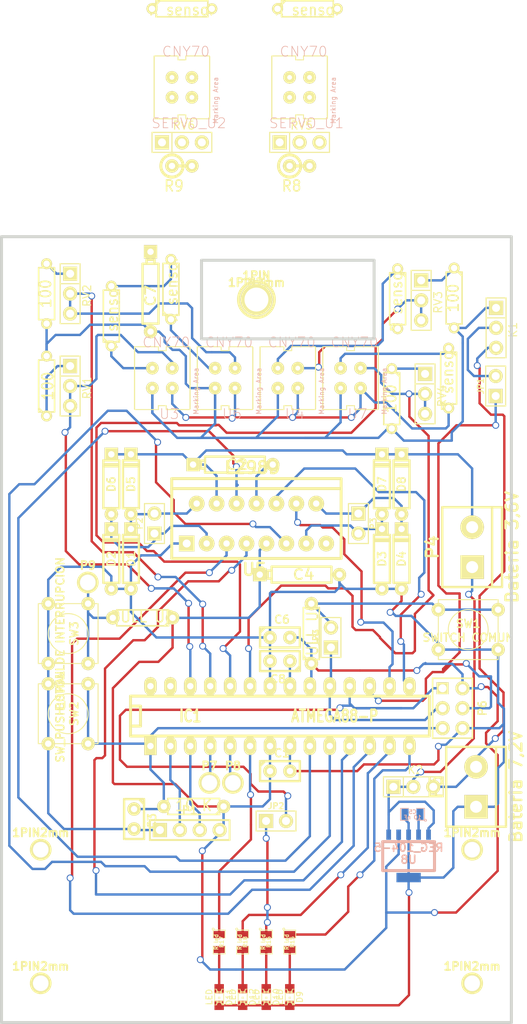
<source format=kicad_pcb>
(kicad_pcb (version 3) (host pcbnew "(2013-mar-13)-testing")
  (layers (15 Front signal) (0 Back signal) (18 B.Paste user) (19 F.Paste user) (20 B.SilkS user) (21 F.SilkS user) (22 B.Mask user) (23 F.Mask user) (28 Edge.Cuts user))
  (net 0 "")
  (net 1 +5V)
  (net 2 +8V)
  (net 3 +BATT)
  (net 4 /ENABLEA)
  (net 5 /ENABLEB)
  (net 6 /IN_1A)
  (net 7 /IN_2A)
  (net 8 /IN_3B)
  (net 9 /IN_4B)
  (net 10 /LED1)
  (net 11 /LED2)
  (net 12 /LED3)
  (net 13 /LED4)
  (net 14 /MOSI)
  (net 15 /MOT_1A)
  (net 16 /MOT_2A)
  (net 17 /MOT_3B)
  (net 18 /MOT_4B)
  (net 19 /RESET)
  (net 20 /RX)
  (net 21 /SCK)
  (net 22 "/SENSOR 1")
  (net 23 "/SENSOR 2")
  (net 24 "/SENSOR 3")
  (net 25 "/SENSOR 4")
  (net 26 "/SENSOR 5")
  (net 27 "/SENSOR 6")
  (net 28 /SERVO)
  (net 29 /TX)
  (net 30 GND)
  (net 31 N-0000010)
  (net 32 N-0000012)
  (net 33 N-0000014)
  (net 34 N-0000015)
  (net 35 N-0000019)
  (net 36 N-0000021)
  (net 37 N-0000022)
  (net 38 N-0000023)
  (net 39 N-0000025)
  (net 40 N-0000026)
  (net 41 N-0000027)
  (net 42 N-0000028)
  (net 43 N-0000038)
  (net 44 N-0000039)
  (net 45 N-0000040)
  (net 46 N-0000041)
  (net 47 N-0000045)
  (net 48 N-0000047)
  (net 49 N-0000051)
  (net 50 N-0000052)
  (net 51 N-0000053)
  (net 52 N-0000056)
  (net 53 N-000006)
  (net 54 N-000008)
  (module SW_PUSH_SMALL (layer Front) (at 35.5 117.7 270)
    (fp_text reference SW2 (at 0 -0.762 270) (layer F.SilkS) (effects (font (size 1.016 1.016) (thickness 0.2032))))
    (fp_text value SW_PUSH_SMALL (at 0 1.016 270) (layer F.SilkS) (effects (font (size 1.016 1.016) (thickness 0.2032))))
    (pad 1 thru_hole circle (at 3.81 -2.54 270) (size 1.7 1.7) (drill 0.8128) (layers *.Cu *.Mask F.SilkS) (net 19 /RESET))
    (pad 2 thru_hole circle (at 3.81 2.54 270) (size 1.7 1.7) (drill 0.8128) (layers *.Cu *.Mask F.SilkS) (net 30 GND))
    (pad 1 thru_hole circle (at -3.81 -2.54 270) (size 1.7 1.7) (drill 0.8128) (layers *.Cu *.Mask F.SilkS) (net 19 /RESET))
    (pad 2 thru_hole circle (at -3.81 2.54 270) (size 1.7 1.7) (drill 0.8128) (layers *.Cu *.Mask F.SilkS) (net 30 GND))
  )
  (module SW_PUSH_SMALL (layer Front) (at 35.5 107.5 270)
    (fp_text reference SW3 (at 0 -0.762 270) (layer F.SilkS) (effects (font (size 1.016 1.016) (thickness 0.2032))))
    (fp_text value "BOTON DE INTERRUPCION" (at 0 1.016 270) (layer F.SilkS) (effects (font (size 1.016 1.016) (thickness 0.2032))))
    (pad 1 thru_hole circle (at 3.81 -2.54 270) (size 1.7 1.7) (drill 0.8128) (layers *.Cu *.Mask F.SilkS) (net 36 N-0000021))
    (pad 2 thru_hole circle (at 3.81 2.54 270) (size 1.7 1.7) (drill 0.8128) (layers *.Cu *.Mask F.SilkS) (net 30 GND))
    (pad 1 thru_hole circle (at -3.81 -2.54 270) (size 1.7 1.7) (drill 0.8128) (layers *.Cu *.Mask F.SilkS) (net 36 N-0000021))
    (pad 2 thru_hole circle (at -3.81 2.54 270) (size 1.7 1.7) (drill 0.8128) (layers *.Cu *.Mask F.SilkS) (net 30 GND))
  )
  (module SW_PUSH_SMALL (layer Front) (at 86.5 107)
    (fp_text reference SW1 (at 0 -0.762) (layer F.SilkS) (effects (font (size 1.016 1.016) (thickness 0.2032))))
    (fp_text value "SWITCH COMUN" (at 0 1.016) (layer F.SilkS) (effects (font (size 1.016 1.016) (thickness 0.2032))))
    (pad 1 thru_hole circle (at 3.81 -2.54) (size 1.7 1.7) (drill 0.8128) (layers *.Cu *.Mask F.SilkS) (net 48 N-0000047))
    (pad 2 thru_hole circle (at 3.81 2.54) (size 1.7 1.7) (drill 0.8128) (layers *.Cu *.Mask F.SilkS) (net 30 GND))
    (pad 1 thru_hole circle (at -3.81 -2.54) (size 1.7 1.7) (drill 0.8128) (layers *.Cu *.Mask F.SilkS) (net 48 N-0000047))
    (pad 2 thru_hole circle (at -3.81 2.54) (size 1.7 1.7) (drill 0.8128) (layers *.Cu *.Mask F.SilkS) (net 30 GND))
  )
  (module SOT223-5 (layer Back) (at 78.9 135.5)
    (fp_text reference U8 (at 0 0.762) (layer B.SilkS) (effects (font (size 1.016 1.016) (thickness 0.2032)) (justify mirror)))
    (fp_text value REG_104-5 (at 0 -0.762) (layer B.SilkS) (effects (font (size 1.016 1.016) (thickness 0.2032)) (justify mirror)))
    (pad 2 smd rect (at -1.27 -2.413) (size 0.59944 1.30048) (layers Back B.Paste B.Mask) (net 1 +5V))
    (pad 1 smd rect (at -2.54 -2.413) (size 0.59944 1.30048) (layers Back B.Paste B.Mask) (net 52 N-0000056))
    (pad 5 smd rect (at 2.54 -2.413) (size 0.59944 1.30048) (layers Back B.Paste B.Mask) (net 52 N-0000056))
    (pad 4 smd rect (at 1.27 -2.413) (size 0.59944 1.30048) (layers Back B.Paste B.Mask) (net 47 N-0000045))
    (pad 3 smd rect (at 0 -2.413) (size 0.59944 1.30048) (layers Back B.Paste B.Mask) (net 30 GND))
    (pad 3 smd rect (at 0 3.048) (size 3.0988 1.19888) (layers Back B.Paste B.Mask) (net 30 GND))
  )
  (module R3 (layer Front) (at 51.5 129.5 180)
    (fp_text reference R14 hide)
    (fp_text value "10 K" (at 0 0.127 180) (layer F.SilkS) (effects (font (size 1.397 1.27) (thickness 0.2032))))
    (pad 1 thru_hole circle (at -3.81 0 180) (size 1.7 1.7) (drill 0.8128) (layers *.Cu *.Mask F.SilkS) (net 1 +5V))
    (pad 2 thru_hole circle (at 3.81 0 180) (size 1.7 1.7) (drill 0.8128) (layers *.Cu *.Mask F.SilkS) (net 19 /RESET))
  )
  (module R3 (layer Front) (at 66.5 107.5 90)
    (fp_text reference R3 hide)
    (fp_text value "PULL UP" (at 0 0.127 90) (layer F.SilkS) (effects (font (size 1.397 1.27) (thickness 0.2032))))
    (pad 1 thru_hole circle (at -3.81 0 90) (size 1.7 1.7) (drill 0.8128) (layers *.Cu *.Mask F.SilkS) (net 1 +5V))
    (pad 2 thru_hole circle (at 3.81 0 90) (size 1.7 1.7) (drill 0.8128) (layers *.Cu *.Mask F.SilkS) (net 48 N-0000047))
  )
  (module R3 (layer Front) (at 45 105.5 180)
    (fp_text reference R19 hide)
    (fp_text value "PULL UP" (at 0 0.127 180) (layer F.SilkS) (effects (font (size 1.397 1.27) (thickness 0.2032))))
    (pad 1 thru_hole circle (at -3.81 0 180) (size 1.7 1.7) (drill 0.8128) (layers *.Cu *.Mask F.SilkS) (net 1 +5V))
    (pad 2 thru_hole circle (at 3.81 0 180) (size 1.7 1.7) (drill 0.8128) (layers *.Cu *.Mask F.SilkS) (net 36 N-0000021))
  )
  (module pin_array_3x2 (layer Front) (at 84.5 117 270)
    (fp_text reference P6 (at 0 -3.81 270) (layer F.SilkS) (effects (font (size 1.016 1.016) (thickness 0.2032))))
    (fp_text value Programador hide)
    (pad 1 thru_hole rect (at -2.54 1.27 270) (size 1.524 1.524) (drill 1.016) (layers *.Cu *.Mask F.SilkS) (net 13 /LED4))
    (pad 2 thru_hole circle (at -2.54 -1.27 270) (size 1.8 1.8) (drill 1.016) (layers *.Cu *.Mask F.SilkS) (net 1 +5V))
    (pad 3 thru_hole circle (at 0 1.27 270) (size 1.8 1.8) (drill 1.016) (layers *.Cu *.Mask F.SilkS) (net 21 /SCK))
    (pad 4 thru_hole circle (at 0 -1.27 270) (size 1.8 1.8) (drill 1.016) (layers *.Cu *.Mask F.SilkS) (net 14 /MOSI))
    (pad 5 thru_hole circle (at 2.54 1.27 270) (size 1.8 1.8) (drill 1.016) (layers *.Cu *.Mask F.SilkS) (net 19 /RESET))
    (pad 6 thru_hole circle (at 2.54 -1.27 270) (size 1.8 1.8) (drill 1.016) (layers *.Cu *.Mask F.SilkS) (net 30 GND))
  )
  (module PIN_ARRAY_3X1 (layer Front) (at 65 45)
    (fp_text reference RV5 (at 0.254 -2.159) (layer F.SilkS) (effects (font (size 1.016 1.016) (thickness 0.1524))))
    (fp_text value POT hide)
    (pad 1 thru_hole rect (at -2.54 0) (size 1.8 1.8) (drill 1.016) (layers *.Cu *.Mask F.SilkS) (net 53 N-000006))
    (pad 2 thru_hole circle (at 0 0) (size 1.8 1.8) (drill 1.016) (layers *.Cu *.Mask F.SilkS) (net 26 "/SENSOR 5"))
    (pad 3 thru_hole circle (at 2.54 0) (size 1.8 1.8) (drill 1.016) (layers *.Cu *.Mask F.SilkS) (net 26 "/SENSOR 5"))
  )
  (module PIN_ARRAY_3X1 (layer Front) (at 79.5 127)
    (fp_text reference K2 (at 0.254 -2.159) (layer F.SilkS) (effects (font (size 1.016 1.016) (thickness 0.1524))))
    (fp_text value "Jumper con doble posicion" hide)
    (pad 1 thru_hole rect (at -2.54 0) (size 1.8 1.8) (drill 1.016) (layers *.Cu *.Mask F.SilkS) (net 52 N-0000056))
    (pad 2 thru_hole circle (at 0 0) (size 1.8 1.8) (drill 1.016) (layers *.Cu *.Mask F.SilkS) (net 52 N-0000056))
    (pad 3 thru_hole circle (at 2.54 0) (size 1.8 1.8) (drill 1.016) (layers *.Cu *.Mask F.SilkS) (net 2 +8V))
  )
  (module PIN_ARRAY_3X1 (layer Front) (at 80.5 65.1 270)
    (fp_text reference RV3 (at 0.254 -2.159 270) (layer F.SilkS) (effects (font (size 1.016 1.016) (thickness 0.1524))))
    (fp_text value POT hide)
    (pad 1 thru_hole rect (at -2.54 0 270) (size 1.8 1.8) (drill 1.016) (layers *.Cu *.Mask F.SilkS) (net 44 N-0000039))
    (pad 2 thru_hole circle (at 0 0 270) (size 1.8 1.8) (drill 1.016) (layers *.Cu *.Mask F.SilkS) (net 24 "/SENSOR 3"))
    (pad 3 thru_hole circle (at 2.54 0 270) (size 1.8 1.8) (drill 1.016) (layers *.Cu *.Mask F.SilkS) (net 24 "/SENSOR 3"))
  )
  (module PIN_ARRAY_3X1 (layer Front) (at 35.75 76 270)
    (fp_text reference RV1 (at 0.254 -2.159 270) (layer F.SilkS) (effects (font (size 1.016 1.016) (thickness 0.1524))))
    (fp_text value POT hide)
    (pad 1 thru_hole rect (at -2.54 0 270) (size 1.8 1.8) (drill 1.016) (layers *.Cu *.Mask F.SilkS) (net 45 N-0000040))
    (pad 2 thru_hole circle (at 0 0 270) (size 1.8 1.8) (drill 1.016) (layers *.Cu *.Mask F.SilkS) (net 22 "/SENSOR 1"))
    (pad 3 thru_hole circle (at 2.54 0 270) (size 1.8 1.8) (drill 1.016) (layers *.Cu *.Mask F.SilkS) (net 22 "/SENSOR 1"))
  )
  (module PIN_ARRAY_3X1 (layer Front) (at 90.05 68.6 270)
    (fp_text reference K1 (at 0.254 -2.159 270) (layer F.SilkS) (effects (font (size 1.016 1.016) (thickness 0.1524))))
    (fp_text value Servo hide)
    (pad 1 thru_hole rect (at -2.54 0 270) (size 1.8 1.8) (drill 1.016) (layers *.Cu *.Mask F.SilkS) (net 30 GND))
    (pad 2 thru_hole circle (at 0 0 270) (size 1.8 1.8) (drill 1.016) (layers *.Cu *.Mask F.SilkS) (net 28 /SERVO))
    (pad 3 thru_hole circle (at 2.54 0 270) (size 1.8 1.8) (drill 1.016) (layers *.Cu *.Mask F.SilkS) (net 2 +8V))
  )
  (module PIN_ARRAY_3X1 (layer Front) (at 81 77 270)
    (fp_text reference RV4 (at 0.254 -2.159 270) (layer F.SilkS) (effects (font (size 1.016 1.016) (thickness 0.1524))))
    (fp_text value POT hide)
    (pad 1 thru_hole rect (at -2.54 0 270) (size 1.8 1.8) (drill 1.016) (layers *.Cu *.Mask F.SilkS) (net 43 N-0000038))
    (pad 2 thru_hole circle (at 0 0 270) (size 1.8 1.8) (drill 1.016) (layers *.Cu *.Mask F.SilkS) (net 25 "/SENSOR 4"))
    (pad 3 thru_hole circle (at 2.54 0 270) (size 1.8 1.8) (drill 1.016) (layers *.Cu *.Mask F.SilkS) (net 25 "/SENSOR 4"))
  )
  (module PIN_ARRAY_3X1 (layer Front) (at 35.75 64.25 270)
    (fp_text reference RV2 (at 0.254 -2.159 270) (layer F.SilkS) (effects (font (size 1.016 1.016) (thickness 0.1524))))
    (fp_text value POT hide)
    (pad 1 thru_hole rect (at -2.54 0 270) (size 1.8 1.8) (drill 1.016) (layers *.Cu *.Mask F.SilkS) (net 46 N-0000041))
    (pad 2 thru_hole circle (at 0 0 270) (size 1.8 1.8) (drill 1.016) (layers *.Cu *.Mask F.SilkS) (net 23 "/SENSOR 2"))
    (pad 3 thru_hole circle (at 2.54 0 270) (size 1.8 1.8) (drill 1.016) (layers *.Cu *.Mask F.SilkS) (net 23 "/SENSOR 2"))
  )
  (module PIN_ARRAY_3X1 (layer Front) (at 50 45)
    (fp_text reference RV6 (at 0.254 -2.159) (layer F.SilkS) (effects (font (size 1.016 1.016) (thickness 0.1524))))
    (fp_text value POT hide)
    (pad 1 thru_hole rect (at -2.54 0) (size 1.8 1.8) (drill 1.016) (layers *.Cu *.Mask F.SilkS) (net 38 N-0000023))
    (pad 2 thru_hole circle (at 0 0) (size 1.8 1.8) (drill 1.016) (layers *.Cu *.Mask F.SilkS) (net 27 "/SENSOR 6"))
    (pad 3 thru_hole circle (at 2.54 0) (size 1.8 1.8) (drill 1.016) (layers *.Cu *.Mask F.SilkS) (net 27 "/SENSOR 6"))
  )
  (module PIN_ARRAY_2X1 (layer Front) (at 62 131.35)
    (fp_text reference JP2 (at 0 -1.905) (layer F.SilkS) (effects (font (size 0.762 0.762) (thickness 0.1524))))
    (fp_text value JUMPER hide)
    (pad 1 thru_hole rect (at -1.27 0) (size 1.8 1.8) (drill 1.016) (layers *.Cu *.Mask F.SilkS) (net 37 N-0000022))
    (pad 2 thru_hole circle (at 1.27 0) (size 1.8 1.8) (drill 1.016) (layers *.Cu *.Mask F.SilkS) (net 13 /LED4))
  )
  (module PIN_ARRAY_2X1 (layer Front) (at 46.5 93.5 90)
    (fp_text reference P2 (at 0 -1.905 90) (layer F.SilkS) (effects (font (size 0.762 0.762) (thickness 0.1524))))
    (fp_text value "Motor 1" hide)
    (pad 1 thru_hole rect (at -1.27 0 90) (size 1.8 1.8) (drill 1.016) (layers *.Cu *.Mask F.SilkS) (net 16 /MOT_2A))
    (pad 2 thru_hole circle (at 1.27 0 90) (size 1.8 1.8) (drill 1.016) (layers *.Cu *.Mask F.SilkS) (net 15 /MOT_1A))
  )
  (module PIN_ARRAY_2X1 (layer Front) (at 90 76 90)
    (fp_text reference JP1 (at 0 -1.905 90) (layer F.SilkS) (effects (font (size 0.762 0.762) (thickness 0.1524))))
    (fp_text value JUMPER hide)
    (pad 1 thru_hole rect (at -1.27 0 90) (size 1.8 1.8) (drill 1.016) (layers *.Cu *.Mask F.SilkS) (net 14 /MOSI))
    (pad 2 thru_hole circle (at 1.27 0 90) (size 1.8 1.8) (drill 1.016) (layers *.Cu *.Mask F.SilkS) (net 28 /SERVO))
  )
  (module LED-0805 (layer Front) (at 57.75 153.75 270)
    (fp_text reference D12 (at 0 -1.27 270) (layer F.SilkS) (effects (font (size 0.762 0.762) (thickness 0.127))))
    (fp_text value LED (at 0 1.27 270) (layer F.SilkS) (effects (font (size 0.762 0.762) (thickness 0.127))))
    (pad 1 smd rect (at -1.04902 0 270) (size 1.19888 1.19888) (layers Front F.Paste F.Mask) (net 39 N-0000025))
    (pad 2 smd rect (at 1.04902 0 270) (size 1.19888 1.19888) (layers Front F.Paste F.Mask) (net 30 GND))
  )
  (module LED-0805 (layer Front) (at 63.75 153.75 270)
    (fp_text reference D9 (at 0 -1.27 270) (layer F.SilkS) (effects (font (size 0.762 0.762) (thickness 0.127))))
    (fp_text value LED (at 0 1.27 270) (layer F.SilkS) (effects (font (size 0.762 0.762) (thickness 0.127))))
    (pad 1 smd rect (at -1.04902 0 270) (size 1.19888 1.19888) (layers Front F.Paste F.Mask) (net 42 N-0000028))
    (pad 2 smd rect (at 1.04902 0 270) (size 1.19888 1.19888) (layers Front F.Paste F.Mask) (net 30 GND))
  )
  (module LED-0805 (layer Front) (at 54.75 153.75 270)
    (fp_text reference D11 (at 0 -1.27 270) (layer F.SilkS) (effects (font (size 0.762 0.762) (thickness 0.127))))
    (fp_text value LED (at 0 1.27 270) (layer F.SilkS) (effects (font (size 0.762 0.762) (thickness 0.127))))
    (pad 1 smd rect (at -1.04902 0 270) (size 1.19888 1.19888) (layers Front F.Paste F.Mask) (net 40 N-0000026))
    (pad 2 smd rect (at 1.04902 0 270) (size 1.19888 1.19888) (layers Front F.Paste F.Mask) (net 30 GND))
  )
  (module LED-0805 (layer Front) (at 60.75 153.75 270)
    (fp_text reference D10 (at 0 -1.27 270) (layer F.SilkS) (effects (font (size 0.762 0.762) (thickness 0.127))))
    (fp_text value LED (at 0 1.27 270) (layer F.SilkS) (effects (font (size 0.762 0.762) (thickness 0.127))))
    (pad 1 smd rect (at -1.04902 0 270) (size 1.19888 1.19888) (layers Front F.Paste F.Mask) (net 41 N-0000027))
    (pad 2 smd rect (at 1.04902 0 270) (size 1.19888 1.19888) (layers Front F.Paste F.Mask) (net 30 GND))
  )
  (module L298D (layer Front) (at 59.5 93.5)
    (fp_text reference U5 (at -0.254 5.842) (layer F.SilkS) (effects (font (thickness 0.3048))))
    (fp_text value L298D (at -0.508 -7.112) (layer F.SilkS) (effects (font (thickness 0.3048))))
    (pad 1 thru_hole rect (at -8.89 2.54) (size 1.99898 1.99898) (drill 1.016) (layers *.Cu *.Mask F.SilkS) (net 30 GND))
    (pad 2 thru_hole circle (at -7.62 -2.54) (size 1.99898 1.99898) (drill 0.8128) (layers *.Cu *.Mask F.SilkS) (net 15 /MOT_1A))
    (pad 3 thru_hole circle (at -6.35 2.54) (size 1.99898 1.99898) (drill 0.8128) (layers *.Cu *.Mask F.SilkS) (net 16 /MOT_2A))
    (pad 4 thru_hole circle (at -5.08 -2.54) (size 1.99898 1.99898) (drill 0.8128) (layers *.Cu *.Mask F.SilkS) (net 3 +BATT))
    (pad 5 thru_hole circle (at -3.81 2.54) (size 1.99898 1.99898) (drill 0.8128) (layers *.Cu *.Mask F.SilkS) (net 6 /IN_1A))
    (pad 6 thru_hole circle (at -2.54 -2.54) (size 1.99898 1.99898) (drill 0.8128) (layers *.Cu *.Mask F.SilkS) (net 4 /ENABLEA))
    (pad 7 thru_hole circle (at -1.27 2.54) (size 1.99898 1.99898) (drill 0.8128) (layers *.Cu *.Mask F.SilkS) (net 7 /IN_2A))
    (pad 8 thru_hole circle (at 0 -2.54) (size 1.99898 1.99898) (drill 0.8128) (layers *.Cu *.Mask F.SilkS) (net 30 GND))
    (pad 9 thru_hole circle (at 1.27 2.54) (size 1.99898 1.99898) (drill 0.8128) (layers *.Cu *.Mask F.SilkS) (net 1 +5V))
    (pad 10 thru_hole circle (at 2.54 -2.54) (size 1.99898 1.99898) (drill 0.8128) (layers *.Cu *.Mask F.SilkS) (net 8 /IN_3B))
    (pad 11 thru_hole circle (at 3.81 2.54) (size 1.99898 1.99898) (drill 0.8128) (layers *.Cu *.Mask F.SilkS) (net 5 /ENABLEB))
    (pad 12 thru_hole circle (at 5.08 -2.54) (size 1.99898 1.99898) (drill 0.8128) (layers *.Cu *.Mask F.SilkS) (net 9 /IN_4B))
    (pad 13 thru_hole circle (at 6.35 2.54) (size 1.99898 1.99898) (drill 0.8128) (layers *.Cu *.Mask F.SilkS) (net 17 /MOT_3B))
    (pad 14 thru_hole circle (at 7.62 -2.54) (size 1.99898 1.99898) (drill 0.8128) (layers *.Cu *.Mask F.SilkS) (net 18 /MOT_4B))
    (pad 15 thru_hole circle (at 8.89 2.54) (size 1.99898 1.99898) (drill 0.8128) (layers *.Cu *.Mask F.SilkS) (net 30 GND))
  )
  (module DIP-28__300_ELL (layer Front) (at 62.5 118)
    (fp_text reference IC1 (at -11.43 0) (layer F.SilkS) (effects (font (size 1.524 1.143) (thickness 0.3048))))
    (fp_text value ATMEGA88-P (at 6.985 0) (layer F.SilkS) (effects (font (size 1.524 1.143) (thickness 0.3048))))
    (pad 2 thru_hole oval (at -13.97 3.81) (size 1.5748 2.286) (drill 0.8128) (layers *.Cu *.Mask F.SilkS) (net 20 /RX))
    (pad 3 thru_hole oval (at -11.43 3.81) (size 1.5748 2.286) (drill 0.8128) (layers *.Cu *.Mask F.SilkS) (net 29 /TX))
    (pad 4 thru_hole oval (at -8.89 3.81) (size 1.5748 2.286) (drill 0.8128) (layers *.Cu *.Mask F.SilkS) (net 34 N-0000015))
    (pad 5 thru_hole oval (at -6.35 3.81) (size 1.5748 2.286) (drill 0.8128) (layers *.Cu *.Mask F.SilkS) (net 33 N-0000014))
    (pad 6 thru_hole oval (at -3.81 3.81) (size 1.5748 2.286) (drill 0.8128) (layers *.Cu *.Mask F.SilkS) (net 11 /LED2))
    (pad 7 thru_hole oval (at -1.27 3.81) (size 1.5748 2.286) (drill 0.8128) (layers *.Cu *.Mask F.SilkS) (net 1 +5V))
    (pad 8 thru_hole oval (at 1.27 3.81) (size 1.5748 2.286) (drill 0.8128) (layers *.Cu *.Mask F.SilkS) (net 30 GND))
    (pad 9 thru_hole oval (at 3.81 3.81) (size 1.5748 2.286) (drill 0.8128) (layers *.Cu *.Mask F.SilkS) (net 4 /ENABLEA))
    (pad 10 thru_hole oval (at 6.35 3.81) (size 1.5748 2.286) (drill 0.8128) (layers *.Cu *.Mask F.SilkS) (net 5 /ENABLEB))
    (pad 11 thru_hole oval (at 8.89 3.81) (size 1.5748 2.286) (drill 0.8128) (layers *.Cu *.Mask F.SilkS) (net 7 /IN_2A))
    (pad 12 thru_hole oval (at 11.43 3.81) (size 1.5748 2.286) (drill 0.8128) (layers *.Cu *.Mask F.SilkS) (net 6 /IN_1A))
    (pad 13 thru_hole oval (at 13.97 3.81) (size 1.5748 2.286) (drill 0.8128) (layers *.Cu *.Mask F.SilkS) (net 12 /LED3))
    (pad 14 thru_hole oval (at 16.51 3.81) (size 1.5748 2.286) (drill 0.8128) (layers *.Cu *.Mask F.SilkS) (net 10 /LED1))
    (pad 1 thru_hole rect (at -16.51 3.81) (size 1.5748 2.286) (drill 0.8128) (layers *.Cu *.Mask F.SilkS) (net 19 /RESET))
    (pad 15 thru_hole oval (at 16.51 -3.81) (size 1.5748 2.286) (drill 0.8128) (layers *.Cu *.Mask F.SilkS) (net 8 /IN_3B))
    (pad 16 thru_hole oval (at 13.97 -3.81) (size 1.5748 2.286) (drill 0.8128) (layers *.Cu *.Mask F.SilkS) (net 9 /IN_4B))
    (pad 17 thru_hole oval (at 11.43 -3.81) (size 1.5748 2.286) (drill 0.8128) (layers *.Cu *.Mask F.SilkS) (net 14 /MOSI))
    (pad 18 thru_hole oval (at 8.89 -3.81) (size 1.5748 2.286) (drill 0.8128) (layers *.Cu *.Mask F.SilkS) (net 13 /LED4))
    (pad 19 thru_hole oval (at 6.35 -3.81) (size 1.5748 2.286) (drill 0.8128) (layers *.Cu *.Mask F.SilkS) (net 21 /SCK))
    (pad 20 thru_hole oval (at 3.81 -3.81) (size 1.5748 2.286) (drill 0.8128) (layers *.Cu *.Mask F.SilkS) (net 1 +5V))
    (pad 21 thru_hole oval (at 1.27 -3.81) (size 1.5748 2.286) (drill 0.8128) (layers *.Cu *.Mask F.SilkS) (net 35 N-0000019))
    (pad 22 thru_hole oval (at -1.27 -3.81) (size 1.5748 2.286) (drill 0.8128) (layers *.Cu *.Mask F.SilkS) (net 30 GND))
    (pad 23 thru_hole oval (at -3.81 -3.81) (size 1.5748 2.286) (drill 0.8128) (layers *.Cu *.Mask F.SilkS) (net 25 "/SENSOR 4"))
    (pad 24 thru_hole oval (at -6.35 -3.81) (size 1.5748 2.286) (drill 0.8128) (layers *.Cu *.Mask F.SilkS) (net 24 "/SENSOR 3"))
    (pad 25 thru_hole oval (at -8.89 -3.81) (size 1.5748 2.286) (drill 0.8128) (layers *.Cu *.Mask F.SilkS) (net 23 "/SENSOR 2"))
    (pad 26 thru_hole oval (at -11.43 -3.81) (size 1.5748 2.286) (drill 0.8128) (layers *.Cu *.Mask F.SilkS) (net 22 "/SENSOR 1"))
    (pad 27 thru_hole oval (at -13.97 -3.81) (size 1.5748 2.286) (drill 0.8128) (layers *.Cu *.Mask F.SilkS) (net 26 "/SENSOR 5"))
    (pad 28 thru_hole oval (at -16.51 -3.81) (size 1.5748 2.286) (drill 0.8128) (layers *.Cu *.Mask F.SilkS) (net 27 "/SENSOR 6"))
  )
  (module D3 (layer Front) (at 43.5 88.5 90)
    (fp_text reference D5 (at 0 0 90) (layer F.SilkS) (effects (font (size 1.016 1.016) (thickness 0.2032))))
    (fp_text value DIODE hide)
    (pad 2 thru_hole rect (at 3.81 0 90) (size 1.7 1.7) (drill 0.8128) (layers *.Cu *.Mask F.SilkS) (net 3 +BATT))
    (pad 1 thru_hole circle (at -3.81 0 90) (size 1.7 1.7) (drill 0.8128) (layers *.Cu *.Mask F.SilkS) (net 15 /MOT_1A))
  )
  (module D3 (layer Front) (at 75.5 88.5 90)
    (fp_text reference D7 (at 0 0 90) (layer F.SilkS) (effects (font (size 1.016 1.016) (thickness 0.2032))))
    (fp_text value DIODE hide)
    (pad 2 thru_hole rect (at 3.81 0 90) (size 1.7 1.7) (drill 0.8128) (layers *.Cu *.Mask F.SilkS) (net 3 +BATT))
    (pad 1 thru_hole circle (at -3.81 0 90) (size 1.7 1.7) (drill 0.8128) (layers *.Cu *.Mask F.SilkS) (net 17 /MOT_3B))
  )
  (module D3 (layer Front) (at 75.5 98 90)
    (fp_text reference D3 (at 0 0 90) (layer F.SilkS) (effects (font (size 1.016 1.016) (thickness 0.2032))))
    (fp_text value DIODE hide)
    (pad 2 thru_hole rect (at 3.81 0 90) (size 1.7 1.7) (drill 0.8128) (layers *.Cu *.Mask F.SilkS) (net 17 /MOT_3B))
    (pad 1 thru_hole circle (at -3.81 0 90) (size 1.7 1.7) (drill 0.8128) (layers *.Cu *.Mask F.SilkS) (net 30 GND))
  )
  (module D3 (layer Front) (at 78 98 90)
    (fp_text reference D4 (at 0 0 90) (layer F.SilkS) (effects (font (size 1.016 1.016) (thickness 0.2032))))
    (fp_text value DIODE hide)
    (pad 2 thru_hole rect (at 3.81 0 90) (size 1.7 1.7) (drill 0.8128) (layers *.Cu *.Mask F.SilkS) (net 18 /MOT_4B))
    (pad 1 thru_hole circle (at -3.81 0 90) (size 1.7 1.7) (drill 0.8128) (layers *.Cu *.Mask F.SilkS) (net 30 GND))
  )
  (module D3 (layer Front) (at 78 88.5 90)
    (fp_text reference D8 (at 0 0 90) (layer F.SilkS) (effects (font (size 1.016 1.016) (thickness 0.2032))))
    (fp_text value DIODE hide)
    (pad 2 thru_hole rect (at 3.81 0 90) (size 1.7 1.7) (drill 0.8128) (layers *.Cu *.Mask F.SilkS) (net 3 +BATT))
    (pad 1 thru_hole circle (at -3.81 0 90) (size 1.7 1.7) (drill 0.8128) (layers *.Cu *.Mask F.SilkS) (net 18 /MOT_4B))
  )
  (module D3 (layer Front) (at 43.5 98 90)
    (fp_text reference D1 (at 0 0 90) (layer F.SilkS) (effects (font (size 1.016 1.016) (thickness 0.2032))))
    (fp_text value DIODE hide)
    (pad 2 thru_hole rect (at 3.81 0 90) (size 1.7 1.7) (drill 0.8128) (layers *.Cu *.Mask F.SilkS) (net 15 /MOT_1A))
    (pad 1 thru_hole circle (at -3.81 0 90) (size 1.7 1.7) (drill 0.8128) (layers *.Cu *.Mask F.SilkS) (net 30 GND))
  )
  (module D3 (layer Front) (at 41 98 90)
    (fp_text reference D2 (at 0 0 90) (layer F.SilkS) (effects (font (size 1.016 1.016) (thickness 0.2032))))
    (fp_text value DIODE hide)
    (pad 2 thru_hole rect (at 3.81 0 90) (size 1.7 1.7) (drill 0.8128) (layers *.Cu *.Mask F.SilkS) (net 16 /MOT_2A))
    (pad 1 thru_hole circle (at -3.81 0 90) (size 1.7 1.7) (drill 0.8128) (layers *.Cu *.Mask F.SilkS) (net 30 GND))
  )
  (module D3 (layer Front) (at 41 88.5 90)
    (fp_text reference D6 (at 0 0 90) (layer F.SilkS) (effects (font (size 1.016 1.016) (thickness 0.2032))))
    (fp_text value DIODE hide)
    (pad 2 thru_hole rect (at 3.81 0 90) (size 1.7 1.7) (drill 0.8128) (layers *.Cu *.Mask F.SilkS) (net 3 +BATT))
    (pad 1 thru_hole circle (at -3.81 0 90) (size 1.7 1.7) (drill 0.8128) (layers *.Cu *.Mask F.SilkS) (net 16 /MOT_2A))
  )
  (module CP4 (layer Front) (at 46 64 270)
    (fp_text reference C7 (at 0.508 0 270) (layer F.SilkS) (effects (font (size 1.27 1.397) (thickness 0.254))))
    (fp_text value 100uF hide)
    (pad 1 thru_hole rect (at -5.08 0 270) (size 1.7 1.7) (drill 0.8128) (layers *.Cu *.Mask F.SilkS) (net 2 +8V))
    (pad 2 thru_hole circle (at 5.08 0 270) (size 1.7 1.7) (drill 0.8128) (layers *.Cu *.Mask F.SilkS) (net 30 GND))
  )
  (module CP4 (layer Front) (at 65 100)
    (fp_text reference C4 (at 0.508 0) (layer F.SilkS) (effects (font (size 1.27 1.397) (thickness 0.254))))
    (fp_text value "220 uF" hide)
    (pad 1 thru_hole rect (at -5.08 0) (size 1.7 1.7) (drill 0.8128) (layers *.Cu *.Mask F.SilkS) (net 1 +5V))
    (pad 2 thru_hole circle (at 5.08 0) (size 1.7 1.7) (drill 0.8128) (layers *.Cu *.Mask F.SilkS) (net 30 GND))
  )
  (module CP4 (layer Front) (at 56.5 86)
    (fp_text reference C2 (at 0.508 0) (layer F.SilkS) (effects (font (size 1.27 1.397) (thickness 0.254))))
    (fp_text value "1000 uF" hide)
    (pad 1 thru_hole rect (at -5.08 0) (size 1.7 1.7) (drill 0.8128) (layers *.Cu *.Mask F.SilkS) (net 3 +BATT))
    (pad 2 thru_hole circle (at 5.08 0) (size 1.7 1.7) (drill 0.8128) (layers *.Cu *.Mask F.SilkS) (net 30 GND))
  )
  (module cny70-4 (layer Front) (at 63.5 75)
    (fp_text reference U4 (at 0.889 4.55422) (layer B.SilkS) (effects (font (size 1.27 1.27) (thickness 0.0889))))
    (fp_text value CNY70 (at 0.508 -4.55422) (layer B.SilkS) (effects (font (size 1.27 1.27) (thickness 0.0889))))
    (fp_text user "Marking Area" (at 4.30276 1.65608 270) (layer B.SilkS) (effects (font (size 0.6096 0.6096) (thickness 0.0889))))
    (pad A thru_hole circle (at -1.27 -1.27) (size 1.6 1.6) (drill 0.6096) (layers *.Cu F.Paste F.SilkS F.Mask) (net 32 N-0000012))
    (pad C thru_hole circle (at 1.27 1.27) (size 1.6 1.6) (drill 0.6096) (layers *.Cu F.Paste F.SilkS F.Mask) (net 1 +5V))
    (pad E thru_hole circle (at 1.27 -1.27) (size 1.6 1.6) (drill 0.6096) (layers *.Cu F.Paste F.SilkS F.Mask) (net 24 "/SENSOR 3"))
    (pad K thru_hole circle (at -1.27 1.27) (size 1.6 1.6) (drill 0.6096) (layers *.Cu F.Paste F.SilkS F.Mask) (net 30 GND))
  )
  (module cny70-4 (layer Front) (at 47.5 75)
    (fp_text reference U3 (at 0.889 4.55422) (layer B.SilkS) (effects (font (size 1.27 1.27) (thickness 0.0889))))
    (fp_text value CNY70 (at 0.508 -4.55422) (layer B.SilkS) (effects (font (size 1.27 1.27) (thickness 0.0889))))
    (fp_text user "Marking Area" (at 4.30276 1.65608 270) (layer B.SilkS) (effects (font (size 0.6096 0.6096) (thickness 0.0889))))
    (pad A thru_hole circle (at -1.27 -1.27) (size 1.6 1.6) (drill 0.6096) (layers *.Cu F.Paste F.SilkS F.Mask) (net 49 N-0000051))
    (pad C thru_hole circle (at 1.27 1.27) (size 1.6 1.6) (drill 0.6096) (layers *.Cu F.Paste F.SilkS F.Mask) (net 1 +5V))
    (pad E thru_hole circle (at 1.27 -1.27) (size 1.6 1.6) (drill 0.6096) (layers *.Cu F.Paste F.SilkS F.Mask) (net 22 "/SENSOR 1"))
    (pad K thru_hole circle (at -1.27 1.27) (size 1.6 1.6) (drill 0.6096) (layers *.Cu F.Paste F.SilkS F.Mask) (net 30 GND))
  )
  (module cny70-4 (layer Front) (at 71.5 75)
    (fp_text reference U7 (at 0.889 4.55422) (layer B.SilkS) (effects (font (size 1.27 1.27) (thickness 0.0889))))
    (fp_text value CNY70 (at 0.508 -4.55422) (layer B.SilkS) (effects (font (size 1.27 1.27) (thickness 0.0889))))
    (fp_text user "Marking Area" (at 4.30276 1.65608 270) (layer B.SilkS) (effects (font (size 0.6096 0.6096) (thickness 0.0889))))
    (pad A thru_hole circle (at -1.27 -1.27) (size 1.6 1.6) (drill 0.6096) (layers *.Cu F.Paste F.SilkS F.Mask) (net 50 N-0000052))
    (pad C thru_hole circle (at 1.27 1.27) (size 1.6 1.6) (drill 0.6096) (layers *.Cu F.Paste F.SilkS F.Mask) (net 1 +5V))
    (pad E thru_hole circle (at 1.27 -1.27) (size 1.6 1.6) (drill 0.6096) (layers *.Cu F.Paste F.SilkS F.Mask) (net 25 "/SENSOR 4"))
    (pad K thru_hole circle (at -1.27 1.27) (size 1.6 1.6) (drill 0.6096) (layers *.Cu F.Paste F.SilkS F.Mask) (net 30 GND))
  )
  (module cny70-4 (layer Front) (at 55.5 75)
    (fp_text reference U6 (at 0.889 4.55422) (layer B.SilkS) (effects (font (size 1.27 1.27) (thickness 0.0889))))
    (fp_text value CNY70 (at 0.508 -4.55422) (layer B.SilkS) (effects (font (size 1.27 1.27) (thickness 0.0889))))
    (fp_text user "Marking Area" (at 4.30276 1.65608 270) (layer B.SilkS) (effects (font (size 0.6096 0.6096) (thickness 0.0889))))
    (pad A thru_hole circle (at -1.27 -1.27) (size 1.6 1.6) (drill 0.6096) (layers *.Cu F.Paste F.SilkS F.Mask) (net 51 N-0000053))
    (pad C thru_hole circle (at 1.27 1.27) (size 1.6 1.6) (drill 0.6096) (layers *.Cu F.Paste F.SilkS F.Mask) (net 1 +5V))
    (pad E thru_hole circle (at 1.27 -1.27) (size 1.6 1.6) (drill 0.6096) (layers *.Cu F.Paste F.SilkS F.Mask) (net 23 "/SENSOR 2"))
    (pad K thru_hole circle (at -1.27 1.27) (size 1.6 1.6) (drill 0.6096) (layers *.Cu F.Paste F.SilkS F.Mask) (net 30 GND))
  )
  (module C1 (layer Front) (at 62.5 125)
    (fp_text reference C1 (at 0.254 -2.286) (layer F.SilkS) (effects (font (size 1.016 1.016) (thickness 0.2032))))
    (fp_text value "100 nF" hide)
    (pad 1 thru_hole circle (at -1.27 0) (size 1.7 1.7) (drill 0.8128) (layers *.Cu *.Mask F.SilkS) (net 1 +5V))
    (pad 2 thru_hole circle (at 1.27 0) (size 1.7 1.7) (drill 0.8128) (layers *.Cu *.Mask F.SilkS) (net 30 GND))
  )
  (module C1 (layer Front) (at 62.5 111 180)
    (fp_text reference C8 (at 0.254 -2.286 180) (layer F.SilkS) (effects (font (size 1.016 1.016) (thickness 0.2032))))
    (fp_text value 100nF hide)
    (pad 1 thru_hole circle (at -1.27 0 180) (size 1.7 1.7) (drill 0.8128) (layers *.Cu *.Mask F.SilkS) (net 35 N-0000019))
    (pad 2 thru_hole circle (at 1.27 0 180) (size 1.7 1.7) (drill 0.8128) (layers *.Cu *.Mask F.SilkS) (net 30 GND))
  )
  (module C1 (layer Front) (at 43.9 131.1 270)
    (fp_text reference C3 (at 0.254 -2.286 270) (layer F.SilkS) (effects (font (size 1.016 1.016) (thickness 0.2032))))
    (fp_text value 100n hide)
    (pad 1 thru_hole circle (at -1.27 0 270) (size 1.7 1.7) (drill 0.8128) (layers *.Cu *.Mask F.SilkS) (net 19 /RESET))
    (pad 2 thru_hole circle (at 1.27 0 270) (size 1.7 1.7) (drill 0.8128) (layers *.Cu *.Mask F.SilkS) (net 30 GND))
  )
  (module C1 (layer Front) (at 62.5 108)
    (fp_text reference C6 (at 0.254 -2.286) (layer F.SilkS) (effects (font (size 1.016 1.016) (thickness 0.2032))))
    (fp_text value 100nF hide)
    (pad 1 thru_hole circle (at -1.27 0) (size 1.7 1.7) (drill 0.8128) (layers *.Cu *.Mask F.SilkS) (net 30 GND))
    (pad 2 thru_hole circle (at 1.27 0) (size 1.7 1.7) (drill 0.8128) (layers *.Cu *.Mask F.SilkS) (net 1 +5V))
  )
  (module bornier2 (layer Front) (at 87 96.5 90)
    (fp_text reference P4 (at 0 -5.08 90) (layer F.SilkS) (effects (font (thickness 0.3048))))
    (fp_text value "Bateria 3,6V" (at 0 5.08 90) (layer F.SilkS) (effects (font (thickness 0.3048))))
    (pad 1 thru_hole rect (at -2.54 0 90) (size 3 3) (drill 1.524) (layers *.Cu *.Mask F.SilkS) (net 52 N-0000056))
    (pad 2 thru_hole circle (at 2.54 0 90) (size 3 3) (drill 1.524) (layers *.Cu *.Mask F.SilkS) (net 3 +BATT))
  )
  (module PIN_ARRAY_2X1 (layer Front) (at 72.5 93.5 270)
    (fp_text reference P3 (at 0 -1.905 270) (layer F.SilkS) (effects (font (size 0.762 0.762) (thickness 0.1524))))
    (fp_text value "Motor 2" hide)
    (pad 1 thru_hole rect (at -1.27 0 270) (size 1.8 1.8) (drill 1.016) (layers *.Cu *.Mask F.SilkS) (net 18 /MOT_4B))
    (pad 2 thru_hole circle (at 1.27 0 270) (size 1.8 1.8) (drill 1.016) (layers *.Cu *.Mask F.SilkS) (net 17 /MOT_3B))
  )
  (module bornier2 (layer Front) (at 87.5 127 90)
    (fp_text reference P5 (at 0 -5.08 90) (layer F.SilkS) (effects (font (thickness 0.3048))))
    (fp_text value "Bateria 7,2V" (at 0 5.08 90) (layer F.SilkS) (effects (font (thickness 0.3048))))
    (pad 1 thru_hole rect (at -2.54 0 90) (size 3 3) (drill 1.524) (layers *.Cu *.Mask F.SilkS) (net 30 GND))
    (pad 2 thru_hole circle (at 2.54 0 90) (size 3 3) (drill 1.524) (layers *.Cu *.Mask F.SilkS) (net 2 +8V))
  )
  (module PIN_ARRAY_4x1 (layer Front) (at 51 132.5)
    (fp_text reference P1 (at 0 -2.54) (layer F.SilkS) (effects (font (size 1.016 1.016) (thickness 0.2032))))
    (fp_text value "Puerto Serie" hide)
    (pad 1 thru_hole rect (at -3.81 0) (size 1.8 1.8) (drill 1.016) (layers *.Cu *.Mask F.SilkS) (net 30 GND))
    (pad 2 thru_hole circle (at -1.27 0) (size 1.8 1.8) (drill 1.016) (layers *.Cu *.Mask F.SilkS) (net 20 /RX))
    (pad 3 thru_hole circle (at 1.27 0) (size 1.8 1.8) (drill 1.016) (layers *.Cu *.Mask F.SilkS) (net 29 /TX))
    (pad 4 thru_hole circle (at 3.81 0) (size 1.8 1.8) (drill 1.016) (layers *.Cu *.Mask F.SilkS) (net 1 +5V))
  )
  (module 1pin (layer Front) (at 59.5 65)
    (fp_text reference 1PIN (at 0 -3.048) (layer F.SilkS) (effects (font (size 1.016 1.016) (thickness 0.254))))
    (fp_text value P*** hide)
    (pad 1 thru_hole circle (at 0 0) (size 4.064 4.064) (drill 3.048) (layers *.Cu *.Mask F.SilkS))
  )
  (module cny70-4 (layer Front) (at 65 38)
    (fp_text reference SERVO_U1 (at 0.889 4.55422) (layer B.SilkS) (effects (font (size 1.27 1.27) (thickness 0.0889))))
    (fp_text value CNY70 (at 0.508 -4.55422) (layer B.SilkS) (effects (font (size 1.27 1.27) (thickness 0.0889))))
    (fp_text user "Marking Area" (at 4.30276 1.65608 270) (layer B.SilkS) (effects (font (size 0.6096 0.6096) (thickness 0.0889))))
    (pad A thru_hole circle (at -1.27 -1.27) (size 1.6 1.6) (drill 0.6096) (layers *.Cu F.Paste F.SilkS F.Mask) (net 31 N-0000010))
    (pad C thru_hole circle (at 1.27 1.27) (size 1.6 1.6) (drill 0.6096) (layers *.Cu F.Paste F.SilkS F.Mask) (net 1 +5V))
    (pad E thru_hole circle (at 1.27 -1.27) (size 1.6 1.6) (drill 0.6096) (layers *.Cu F.Paste F.SilkS F.Mask) (net 26 "/SENSOR 5"))
    (pad K thru_hole circle (at -1.27 1.27) (size 1.6 1.6) (drill 0.6096) (layers *.Cu F.Paste F.SilkS F.Mask) (net 30 GND))
  )
  (module cny70-4 (layer Front) (at 50 38)
    (fp_text reference SERVO_U2 (at 0.889 4.55422) (layer B.SilkS) (effects (font (size 1.27 1.27) (thickness 0.0889))))
    (fp_text value CNY70 (at 0.508 -4.55422) (layer B.SilkS) (effects (font (size 1.27 1.27) (thickness 0.0889))))
    (fp_text user "Marking Area" (at 4.30276 1.65608 270) (layer B.SilkS) (effects (font (size 0.6096 0.6096) (thickness 0.0889))))
    (pad A thru_hole circle (at -1.27 -1.27) (size 1.6 1.6) (drill 0.6096) (layers *.Cu F.Paste F.SilkS F.Mask) (net 54 N-000008))
    (pad C thru_hole circle (at 1.27 1.27) (size 1.6 1.6) (drill 0.6096) (layers *.Cu F.Paste F.SilkS F.Mask) (net 1 +5V))
    (pad E thru_hole circle (at 1.27 -1.27) (size 1.6 1.6) (drill 0.6096) (layers *.Cu F.Paste F.SilkS F.Mask) (net 27 "/SENSOR 6"))
    (pad K thru_hole circle (at -1.27 1.27) (size 1.6 1.6) (drill 0.6096) (layers *.Cu F.Paste F.SilkS F.Mask) (net 30 GND))
  )
  (module R1 (layer Front) (at 50 48)
    (fp_text reference R9 (at -1.016 2.54) (layer F.SilkS) (effects (font (size 1.397 1.27) (thickness 0.2032))))
    (fp_text value 100 hide)
    (pad 1 thru_hole circle (at -1.27 0) (size 1.7 1.7) (drill 0.8128) (layers *.Cu *.Mask F.SilkS) (net 38 N-0000023))
    (pad 2 thru_hole circle (at 1.27 0) (size 1.7 1.7) (drill 0.8128) (layers *.Cu *.Mask F.SilkS))
  )
  (module R1 (layer Front) (at 65 48)
    (fp_text reference R8 (at -1.016 2.54) (layer F.SilkS) (effects (font (size 1.397 1.27) (thickness 0.2032))))
    (fp_text value 100 hide)
    (pad 1 thru_hole circle (at -1.27 0) (size 1.7 1.7) (drill 0.8128) (layers *.Cu *.Mask F.SilkS) (net 53 N-000006))
    (pad 2 thru_hole circle (at 1.27 0) (size 1.7 1.7) (drill 0.8128) (layers *.Cu *.Mask F.SilkS))
  )
  (module 1PIN2mm (layer Front) (at 56.5 126.5)
    (fp_text reference P8 (at 0 -2.159) (layer F.SilkS) (effects (font (size 1.016 1.016) (thickness 0.254))))
    (fp_text value CONN_1 hide)
    (pad 1 thru_hole circle (at 0 0) (size 2 2) (drill 2) (layers *.Cu *.Mask F.SilkS) (net 33 N-0000014))
  )
  (module 1PIN2mm (layer Front) (at 53.5 126.5)
    (fp_text reference P7 (at 0 -2.159) (layer F.SilkS) (effects (font (size 1.016 1.016) (thickness 0.254))))
    (fp_text value CONN_1 hide)
    (pad 1 thru_hole circle (at 0 0) (size 2 2) (drill 2) (layers *.Cu *.Mask F.SilkS) (net 34 N-0000015))
  )
  (module 1PIN2mm (layer Front) (at 38 101)
    (fp_text reference P9 (at 0 -2.159) (layer F.SilkS) (effects (font (size 1.016 1.016) (thickness 0.254))))
    (fp_text value CONN_1 hide)
    (pad 1 thru_hole circle (at 0 0) (size 2 2) (drill 2) (layers *.Cu *.Mask F.SilkS) (net 36 N-0000021))
  )
  (module 1PIN2mm (layer Front) (at 32 135)
    (fp_text reference 1PIN2mm (at 0 -2.159) (layer F.SilkS) (effects (font (size 1.016 1.016) (thickness 0.254))))
    (fp_text value P*** hide)
    (pad 1 thru_hole circle (at 0 0) (size 2 2) (drill 2) (layers *.Cu *.Mask F.SilkS))
  )
  (module 1PIN2mm (layer Front) (at 32 152)
    (fp_text reference 1PIN2mm (at 0 -2.159) (layer F.SilkS) (effects (font (size 1.016 1.016) (thickness 0.254))))
    (fp_text value P*** hide)
    (pad 1 thru_hole circle (at 0 0) (size 2 2) (drill 2) (layers *.Cu *.Mask F.SilkS))
  )
  (module 1PIN2mm (layer Front) (at 87 152)
    (fp_text reference 1PIN2mm (at 0 -2.159) (layer F.SilkS) (effects (font (size 1.016 1.016) (thickness 0.254))))
    (fp_text value P*** hide)
    (pad 1 thru_hole circle (at 0 0) (size 2 2) (drill 2) (layers *.Cu *.Mask F.SilkS))
  )
  (module 1PIN2mm (layer Front) (at 87 135)
    (fp_text reference 1PIN2mm (at 0 -2.159) (layer F.SilkS) (effects (font (size 1.016 1.016) (thickness 0.254))))
    (fp_text value P*** hide)
    (pad 1 thru_hole circle (at 0 0) (size 2 2) (drill 2) (layers *.Cu *.Mask F.SilkS))
  )
  (module 1PIN2mm (layer Front) (at 59.5 65)
    (fp_text reference 1PIN2mm (at 0 -2.159) (layer F.SilkS) (effects (font (size 1.016 1.016) (thickness 0.254))))
    (fp_text value P*** hide)
    (pad 1 thru_hole circle (at 0 0) (size 2 2) (drill 2) (layers *.Cu *.Mask F.SilkS))
  )
  (module PIN_ARRAY_2X1 (layer Front) (at 69 108 90)
    (fp_text reference JP3 (at 0 -1.905 90) (layer F.SilkS) (effects (font (size 0.762 0.762) (thickness 0.1524))))
    (fp_text value JUMPER hide)
    (pad 1 thru_hole rect (at -1.27 0 90) (size 1.8 1.8) (drill 1.016) (layers *.Cu *.Mask F.SilkS) (net 21 /SCK))
    (pad 2 thru_hole circle (at 1.27 0 90) (size 1.8 1.8) (drill 1.016) (layers *.Cu *.Mask F.SilkS) (net 48 N-0000047))
  )
  (module SM0805 (layer Back) (at 79.4 130.5 180)
    (fp_text reference C5 (at 0 0.3175 180) (layer B.SilkS) (effects (font (size 0.50038 0.50038) (thickness 0.10922)) (justify mirror)))
    (fp_text value "10 nF" (at 0 -0.381 180) (layer B.SilkS) (effects (font (size 0.50038 0.50038) (thickness 0.10922)) (justify mirror)))
    (pad 1 smd rect (at -0.9525 0 180) (size 0.889 1.397) (layers Back B.Paste B.Mask) (net 47 N-0000045))
    (pad 2 smd rect (at 0.9525 0 180) (size 0.889 1.397) (layers Back B.Paste B.Mask) (net 30 GND))
  )
  (module R3 (layer Front) (at 48.6 63.7 90)
    (fp_text reference R12 hide)
    (fp_text value "R sensor" (at 0 0.127 90) (layer F.SilkS) (effects (font (size 1.397 1.27) (thickness 0.2032))))
    (pad 1 thru_hole circle (at -3.81 0 90) (size 1.397 1.397) (drill 0.8128) (layers *.Cu *.Mask F.SilkS) (net 51 N-0000053))
    (pad 2 thru_hole circle (at 3.81 0 90) (size 1.397 1.397) (drill 0.8128) (layers *.Cu *.Mask F.SilkS) (net 1 +5V))
  )
  (module R3 (layer Front) (at 84 75 270)
    (fp_text reference R13 hide)
    (fp_text value "R sensor" (at 0 0.127 270) (layer F.SilkS) (effects (font (size 1.397 1.27) (thickness 0.2032))))
    (pad 1 thru_hole circle (at -3.81 0 270) (size 1.397 1.397) (drill 0.8128) (layers *.Cu *.Mask F.SilkS) (net 50 N-0000052))
    (pad 2 thru_hole circle (at 3.81 0 270) (size 1.397 1.397) (drill 0.8128) (layers *.Cu *.Mask F.SilkS) (net 1 +5V))
  )
  (module R3 (layer Front) (at 41 67.1 90)
    (fp_text reference R10 hide)
    (fp_text value "R sensor" (at 0 0.127 90) (layer F.SilkS) (effects (font (size 1.397 1.27) (thickness 0.2032))))
    (pad 1 thru_hole circle (at -3.81 0 90) (size 1.397 1.397) (drill 0.8128) (layers *.Cu *.Mask F.SilkS) (net 49 N-0000051))
    (pad 2 thru_hole circle (at 3.81 0 90) (size 1.397 1.397) (drill 0.8128) (layers *.Cu *.Mask F.SilkS) (net 1 +5V))
  )
  (module R3 (layer Front) (at 77.5 64.9 270)
    (fp_text reference R11 hide)
    (fp_text value "R sensor" (at 0 0.127 270) (layer F.SilkS) (effects (font (size 1.397 1.27) (thickness 0.2032))))
    (pad 1 thru_hole circle (at -3.81 0 270) (size 1.397 1.397) (drill 0.8128) (layers *.Cu *.Mask F.SilkS) (net 32 N-0000012))
    (pad 2 thru_hole circle (at 3.81 0 270) (size 1.397 1.397) (drill 0.8128) (layers *.Cu *.Mask F.SilkS) (net 1 +5V))
  )
  (module R3 (layer Front) (at 66 28)
    (fp_text reference R1 hide)
    (fp_text value "R sensor" (at 0 0.127) (layer F.SilkS) (effects (font (size 1.397 1.27) (thickness 0.2032))))
    (pad 1 thru_hole circle (at -3.81 0) (size 1.397 1.397) (drill 0.8128) (layers *.Cu *.Mask F.SilkS) (net 31 N-0000010))
    (pad 2 thru_hole circle (at 3.81 0) (size 1.397 1.397) (drill 0.8128) (layers *.Cu *.Mask F.SilkS) (net 1 +5V))
  )
  (module R3 (layer Front) (at 50 28)
    (fp_text reference R2 hide)
    (fp_text value "R sensor" (at 0 0.127) (layer F.SilkS) (effects (font (size 1.397 1.27) (thickness 0.2032))))
    (pad 1 thru_hole circle (at -3.81 0) (size 1.397 1.397) (drill 0.8128) (layers *.Cu *.Mask F.SilkS) (net 54 N-000008))
    (pad 2 thru_hole circle (at 3.81 0) (size 1.397 1.397) (drill 0.8128) (layers *.Cu *.Mask F.SilkS) (net 1 +5V))
  )
  (module R3 (layer Front) (at 76.75 77.6 270)
    (fp_text reference R7 hide)
    (fp_text value 100 (at 0 0.127 270) (layer F.SilkS) (effects (font (size 1.397 1.27) (thickness 0.2032))))
    (pad 1 thru_hole circle (at -3.81 0 270) (size 1.397 1.397) (drill 0.8128) (layers *.Cu *.Mask F.SilkS) (net 43 N-0000038))
    (pad 2 thru_hole circle (at 3.81 0 270) (size 1.397 1.397) (drill 0.8128) (layers *.Cu *.Mask F.SilkS) (net 30 GND))
  )
  (module R3 (layer Front) (at 32.75 76 90)
    (fp_text reference R4 hide)
    (fp_text value 100 (at 0 0.127 90) (layer F.SilkS) (effects (font (size 1.397 1.27) (thickness 0.2032))))
    (pad 1 thru_hole circle (at -3.81 0 90) (size 1.397 1.397) (drill 0.8128) (layers *.Cu *.Mask F.SilkS) (net 45 N-0000040))
    (pad 2 thru_hole circle (at 3.81 0 90) (size 1.397 1.397) (drill 0.8128) (layers *.Cu *.Mask F.SilkS) (net 30 GND))
  )
  (module R3 (layer Front) (at 32.75 64.25 270)
    (fp_text reference R5 hide)
    (fp_text value 100 (at 0 0.127 270) (layer F.SilkS) (effects (font (size 1.397 1.27) (thickness 0.2032))))
    (pad 1 thru_hole circle (at -3.81 0 270) (size 1.397 1.397) (drill 0.8128) (layers *.Cu *.Mask F.SilkS) (net 46 N-0000041))
    (pad 2 thru_hole circle (at 3.81 0 270) (size 1.397 1.397) (drill 0.8128) (layers *.Cu *.Mask F.SilkS) (net 30 GND))
  )
  (module R3 (layer Front) (at 84.7 64.8 270)
    (fp_text reference R6 hide)
    (fp_text value 100 (at 0 0.127 270) (layer F.SilkS) (effects (font (size 1.397 1.27) (thickness 0.2032))))
    (pad 1 thru_hole circle (at -3.81 0 270) (size 1.397 1.397) (drill 0.8128) (layers *.Cu *.Mask F.SilkS) (net 44 N-0000039))
    (pad 2 thru_hole circle (at 3.81 0 270) (size 1.397 1.397) (drill 0.8128) (layers *.Cu *.Mask F.SilkS) (net 30 GND))
  )
  (module SM0805 (layer Front) (at 63.75 146.75 270)
    (fp_text reference R15 (at 0 -0.3175 270) (layer F.SilkS) (effects (font (size 0.50038 0.50038) (thickness 0.10922))))
    (fp_text value "R led" (at 0 0.381 270) (layer F.SilkS) (effects (font (size 0.50038 0.50038) (thickness 0.10922))))
    (pad 1 smd rect (at -0.9525 0 270) (size 0.889 1.397) (layers Front F.Paste F.Mask) (net 10 /LED1))
    (pad 2 smd rect (at 0.9525 0 270) (size 0.889 1.397) (layers Front F.Paste F.Mask) (net 42 N-0000028))
  )
  (module SM0805 (layer Front) (at 60.75 146.75 270)
    (fp_text reference R16 (at 0 -0.3175 270) (layer F.SilkS) (effects (font (size 0.50038 0.50038) (thickness 0.10922))))
    (fp_text value "R led" (at 0 0.381 270) (layer F.SilkS) (effects (font (size 0.50038 0.50038) (thickness 0.10922))))
    (pad 1 smd rect (at -0.9525 0 270) (size 0.889 1.397) (layers Front F.Paste F.Mask) (net 37 N-0000022))
    (pad 2 smd rect (at 0.9525 0 270) (size 0.889 1.397) (layers Front F.Paste F.Mask) (net 41 N-0000027))
  )
  (module SM0805 (layer Front) (at 54.75 146.75 270)
    (fp_text reference R17 (at 0 -0.3175 270) (layer F.SilkS) (effects (font (size 0.50038 0.50038) (thickness 0.10922))))
    (fp_text value "R led" (at 0 0.381 270) (layer F.SilkS) (effects (font (size 0.50038 0.50038) (thickness 0.10922))))
    (pad 1 smd rect (at -0.9525 0 270) (size 0.889 1.397) (layers Front F.Paste F.Mask) (net 11 /LED2))
    (pad 2 smd rect (at 0.9525 0 270) (size 0.889 1.397) (layers Front F.Paste F.Mask) (net 40 N-0000026))
  )
  (module SM0805 (layer Front) (at 57.75 146.75 270)
    (fp_text reference R18 (at 0 -0.3175 270) (layer F.SilkS) (effects (font (size 0.50038 0.50038) (thickness 0.10922))))
    (fp_text value "R led" (at 0 0.381 270) (layer F.SilkS) (effects (font (size 0.50038 0.50038) (thickness 0.10922))))
    (pad 1 smd rect (at -0.9525 0 270) (size 0.889 1.397) (layers Front F.Paste F.Mask) (net 12 /LED3))
    (pad 2 smd rect (at 0.9525 0 270) (size 0.889 1.397) (layers Front F.Paste F.Mask) (net 39 N-0000025))
  )
  (gr_line (start 52.5 60) (end 74.5 60) (angle 90) (layer Edge.Cuts) (width 0.381))
  (gr_line (start 52.5 70) (end 52.5 60) (angle 90) (layer Edge.Cuts) (width 0.381))
  (gr_line (start 74.5 70) (end 52.5 70) (angle 90) (layer Edge.Cuts) (width 0.381))
  (gr_line (start 74.5 60) (end 74.5 70) (angle 90) (layer Edge.Cuts) (width 0.381))
  (gr_line (start 92 157) (end 27 157) (angle 90) (layer Edge.Cuts) (width 0.381))
  (gr_line (start 92 57) (end 92 157) (angle 90) (layer Edge.Cuts) (width 0.381))
  (gr_line (start 27 57) (end 92 57) (angle 90) (layer Edge.Cuts) (width 0.381))
  (gr_line (start 27 157) (end 27 57) (angle 90) (layer Edge.Cuts) (width 0.381))
  (segment (start 88.775 121.475) (end 88.775 120.125) (width 0.3048) (layer Front) (net 1))
  (segment (start 89 114.3) (end 88.1 114.3) (width 0.3048) (layer Front) (net 1))
  (segment (start 90.25 115.55) (end 89 114.3) (width 0.3048) (layer Front) (net 1))
  (segment (start 90.25 118.65) (end 90.25 115.55) (width 0.3048) (layer Front) (net 1))
  (segment (start 88.775 120.125) (end 90.25 118.65) (width 0.3048) (layer Front) (net 1))
  (segment (start 55.31 129.5) (end 52 129.5) (width 0.3048) (layer Front) (net 1))
  (segment (start 48.81 109.29) (end 48.81 105.5) (width 0.3048) (layer Front) (net 1))
  (segment (start 47 111.1) (end 48.81 109.29) (width 0.3048) (layer Front) (net 1))
  (segment (start 44.55 111.1) (end 47 111.1) (width 0.3048) (layer Front) (net 1))
  (segment (start 41.2 114.45) (end 44.55 111.1) (width 0.3048) (layer Front) (net 1))
  (segment (start 41.2 126.45) (end 41.2 114.45) (width 0.3048) (layer Front) (net 1))
  (segment (start 41.4 126.65) (end 41.2 126.45) (width 0.3048) (layer Front) (net 1))
  (segment (start 49.15 126.65) (end 41.4 126.65) (width 0.3048) (layer Front) (net 1))
  (segment (start 52 129.5) (end 49.15 126.65) (width 0.3048) (layer Front) (net 1))
  (segment (start 85.77 114.46) (end 87.94 114.46) (width 0.3048) (layer Back) (net 1))
  (segment (start 76.2 143) (end 76.05 143) (width 0.3048) (layer Back) (net 1))
  (segment (start 82.2 143) (end 76.2 143) (width 0.3048) (layer Back) (net 1))
  (via (at 82.2 143) (size 0.889) (layers Front Back) (net 1))
  (segment (start 84.95 143) (end 82.2 143) (width 0.3048) (layer Front) (net 1))
  (segment (start 90.25 137.7) (end 84.95 143) (width 0.3048) (layer Front) (net 1))
  (segment (start 90.25 122.95) (end 90.25 137.7) (width 0.3048) (layer Front) (net 1))
  (segment (start 88.775 121.475) (end 90.25 122.95) (width 0.3048) (layer Front) (net 1))
  (segment (start 88.15 114.25) (end 88.1 114.3) (width 0.3048) (layer Front) (net 1))
  (via (at 88.15 114.25) (size 0.889) (layers Front Back) (net 1))
  (segment (start 87.94 114.46) (end 88.15 114.25) (width 0.3048) (layer Back) (net 1))
  (segment (start 72.7 112.2) (end 67.39 112.2) (width 0.3048) (layer Front) (net 1))
  (segment (start 67.39 112.2) (end 66.5 111.31) (width 0.3048) (layer Front) (net 1))
  (segment (start 81.05 111.25) (end 81.05 111.35) (width 0.3048) (layer Back) (net 1))
  (segment (start 80.95 111.35) (end 81.05 111.25) (width 0.3048) (layer Back) (net 1))
  (segment (start 80.8 111.35) (end 80.95 111.35) (width 0.3048) (layer Back) (net 1))
  (segment (start 79.95 112.2) (end 80.8 111.35) (width 0.3048) (layer Back) (net 1))
  (via (at 79.95 112.2) (size 0.889) (layers Front Back) (net 1))
  (segment (start 72.7 112.2) (end 79.95 112.2) (width 0.3048) (layer Front) (net 1))
  (segment (start 59.92 100) (end 59.92 96.89) (width 0.3048) (layer Back) (net 1))
  (segment (start 59.92 96.89) (end 60.77 96.04) (width 0.3048) (layer Back) (net 1))
  (segment (start 56.9 150.25) (end 53.6 150.25) (width 0.3048) (layer Back) (net 1))
  (segment (start 76.05 143) (end 76.05 144.95) (width 0.3048) (layer Back) (net 1))
  (segment (start 76.05 144.95) (end 70.75 150.25) (width 0.3048) (layer Back) (net 1))
  (segment (start 70.75 150.25) (end 56.9 150.25) (width 0.3048) (layer Back) (net 1))
  (segment (start 53.6 150.25) (end 52.35 149) (width 0.3048) (layer Back) (net 1))
  (via (at 52.35 149) (size 0.889) (layers Front Back) (net 1))
  (segment (start 52.35 149) (end 52.6 148.75) (width 0.3048) (layer Front) (net 1))
  (segment (start 52.6 148.75) (end 52.6 135.15) (width 0.3048) (layer Front) (net 1))
  (via (at 52.6 135.15) (size 0.889) (layers Front Back) (net 1))
  (segment (start 52.6 135.15) (end 54.81 132.94) (width 0.3048) (layer Back) (net 1))
  (segment (start 54.81 132.94) (end 54.81 132.5) (width 0.3048) (layer Back) (net 1))
  (segment (start 77.63 133.087) (end 77.63 135.57) (width 0.3048) (layer Back) (net 1))
  (segment (start 77.63 135.57) (end 76.05 137.15) (width 0.3048) (layer Back) (net 1))
  (segment (start 76.05 137.15) (end 76.05 143) (width 0.3048) (layer Back) (net 1))
  (segment (start 85.77 114.46) (end 85.77 112.67) (width 0.3048) (layer Back) (net 1))
  (segment (start 85.77 112.67) (end 84.45 111.35) (width 0.3048) (layer Back) (net 1))
  (segment (start 84.45 111.35) (end 81.05 111.35) (width 0.3048) (layer Back) (net 1))
  (segment (start 84 78.81) (end 84 81.05) (width 0.3048) (layer Back) (net 1))
  (segment (start 74.6 78.1) (end 72.77 76.27) (width 0.3048) (layer Back) (net 1))
  (segment (start 76.05 78.1) (end 74.6 78.1) (width 0.3048) (layer Back) (net 1))
  (segment (start 79.35 81.4) (end 76.05 78.1) (width 0.3048) (layer Back) (net 1))
  (segment (start 83.65 81.4) (end 79.35 81.4) (width 0.3048) (layer Back) (net 1))
  (segment (start 84 81.05) (end 83.65 81.4) (width 0.3048) (layer Back) (net 1))
  (segment (start 56 80) (end 56.3 80) (width 0.3048) (layer Front) (net 1))
  (segment (start 56.77 79.73) (end 56.77 76.27) (width 0.3048) (layer Back) (net 1))
  (segment (start 56.4 80.1) (end 56.77 79.73) (width 0.3048) (layer Back) (net 1))
  (via (at 56.4 80.1) (size 0.889) (layers Front Back) (net 1))
  (segment (start 56.3 80) (end 56.4 80.1) (width 0.3048) (layer Front) (net 1))
  (segment (start 63.9 80) (end 64.1 80) (width 0.3048) (layer Front) (net 1))
  (segment (start 64.77 79.33) (end 64.77 76.27) (width 0.3048) (layer Back) (net 1))
  (segment (start 64.1 80) (end 64.77 79.33) (width 0.3048) (layer Back) (net 1))
  (via (at 64.1 80) (size 0.889) (layers Front Back) (net 1))
  (segment (start 48.77 76.27) (end 48.77 78.27) (width 0.3048) (layer Back) (net 1))
  (segment (start 72.77 78.83) (end 72.77 76.27) (width 0.3048) (layer Back) (net 1))
  (segment (start 71.6 80) (end 72.77 78.83) (width 0.3048) (layer Back) (net 1))
  (via (at 71.6 80) (size 0.889) (layers Front Back) (net 1))
  (segment (start 50.5 80) (end 56 80) (width 0.3048) (layer Front) (net 1))
  (segment (start 56 80) (end 63.9 80) (width 0.3048) (layer Front) (net 1))
  (segment (start 63.9 80) (end 71.6 80) (width 0.3048) (layer Front) (net 1))
  (via (at 50.5 80) (size 0.889) (layers Front Back) (net 1))
  (segment (start 48.77 78.27) (end 50.5 80) (width 0.3048) (layer Back) (net 1))
  (segment (start 41 63.29) (end 47.71 63.29) (width 0.3048) (layer Back) (net 1))
  (segment (start 48.6 62.4) (end 48.6 59.89) (width 0.3048) (layer Back) (net 1))
  (segment (start 47.71 63.29) (end 48.6 62.4) (width 0.3048) (layer Back) (net 1))
  (segment (start 48.81 105.5) (end 58.5 105.5) (width 0.3048) (layer Back) (net 1))
  (segment (start 58.5 105.5) (end 59.92 104.08) (width 0.3048) (layer Back) (net 1))
  (segment (start 59.92 104.08) (end 59.92 100) (width 0.3048) (layer Back) (net 1))
  (segment (start 55.31 129.5) (end 60.3 129.5) (width 0.3048) (layer Back) (net 1))
  (segment (start 61.23 128.57) (end 61.23 125) (width 0.3048) (layer Back) (net 1))
  (segment (start 60.3 129.5) (end 61.23 128.57) (width 0.3048) (layer Back) (net 1))
  (segment (start 55.31 129.5) (end 55.31 132) (width 0.3048) (layer Back) (net 1))
  (segment (start 55.31 132) (end 54.81 132.5) (width 0.3048) (layer Back) (net 1))
  (segment (start 61.23 121.81) (end 61.23 125) (width 0.3048) (layer Back) (net 1))
  (segment (start 63.77 108) (end 65 108) (width 0.3048) (layer Back) (net 1))
  (segment (start 66.5 109.5) (end 66.5 111.31) (width 0.3048) (layer Back) (net 1))
  (segment (start 65 108) (end 66.5 109.5) (width 0.3048) (layer Back) (net 1))
  (segment (start 66.5 111.31) (end 66.5 114) (width 0.3048) (layer Back) (net 1))
  (segment (start 66.5 114) (end 66.31 114.19) (width 0.3048) (layer Back) (net 1))
  (segment (start 91 119.7) (end 91 119.8) (width 0.3048) (layer Front) (net 2))
  (segment (start 89.01 71.14) (end 87.65 72.5) (width 0.3048) (layer Back) (net 2))
  (segment (start 87.65 72.5) (end 87.65 73.4) (width 0.3048) (layer Back) (net 2))
  (via (at 87.65 73.4) (size 0.889) (layers Front Back) (net 2))
  (segment (start 87.65 73.4) (end 87.95 73.7) (width 0.3048) (layer Front) (net 2))
  (segment (start 87.95 73.7) (end 87.95 78.2) (width 0.3048) (layer Front) (net 2))
  (segment (start 87.95 78.2) (end 89.4 79.65) (width 0.3048) (layer Front) (net 2))
  (segment (start 89.4 79.65) (end 90.9 79.65) (width 0.3048) (layer Front) (net 2))
  (segment (start 90.9 79.65) (end 91.1 79.85) (width 0.3048) (layer Front) (net 2))
  (segment (start 91.1 79.85) (end 91.1 99.55) (width 0.3048) (layer Front) (net 2))
  (segment (start 91.1 99.55) (end 87.95 102.7) (width 0.3048) (layer Front) (net 2))
  (segment (start 87.95 102.7) (end 87.95 111.95) (width 0.3048) (layer Front) (net 2))
  (segment (start 87.95 111.95) (end 91 115) (width 0.3048) (layer Front) (net 2))
  (segment (start 91 115) (end 91 119.7) (width 0.3048) (layer Front) (net 2))
  (segment (start 90.05 71.14) (end 89.01 71.14) (width 0.3048) (layer Back) (net 2))
  (segment (start 87.5 123.3) (end 87.5 124.46) (width 0.3048) (layer Back) (net 2))
  (segment (start 89.95 120.85) (end 87.5 123.3) (width 0.3048) (layer Back) (net 2))
  (via (at 89.95 120.85) (size 0.889) (layers Front Back) (net 2))
  (segment (start 91 119.8) (end 89.95 120.85) (width 0.3048) (layer Front) (net 2))
  (segment (start 82.04 127) (end 84.96 127) (width 0.3048) (layer Back) (net 2))
  (segment (start 84.96 127) (end 87.5 124.46) (width 0.3048) (layer Back) (net 2))
  (segment (start 51.42 86) (end 51.42 85.88) (width 0.3048) (layer Back) (net 3))
  (segment (start 70.99 84.69) (end 75.5 84.69) (width 0.3048) (layer Back) (net 3))
  (segment (start 70.5 84.2) (end 70.99 84.69) (width 0.3048) (layer Back) (net 3))
  (segment (start 53.1 84.2) (end 70.5 84.2) (width 0.3048) (layer Back) (net 3))
  (segment (start 51.42 85.88) (end 53.1 84.2) (width 0.3048) (layer Back) (net 3))
  (segment (start 43.5 84.69) (end 50.11 84.69) (width 0.3048) (layer Back) (net 3))
  (segment (start 50.11 84.69) (end 51.42 86) (width 0.3048) (layer Back) (net 3))
  (segment (start 78 84.69) (end 85.19 84.69) (width 0.3048) (layer Back) (net 3))
  (segment (start 87 86.5) (end 87 93.96) (width 0.3048) (layer Back) (net 3))
  (segment (start 85.19 84.69) (end 87 86.5) (width 0.3048) (layer Back) (net 3))
  (segment (start 75.5 84.69) (end 78 84.69) (width 0.3048) (layer Back) (net 3))
  (segment (start 51.42 86) (end 53 86) (width 0.3048) (layer Back) (net 3))
  (segment (start 54.42 87.42) (end 54.42 90.96) (width 0.3048) (layer Back) (net 3))
  (segment (start 53 86) (end 54.42 87.42) (width 0.3048) (layer Back) (net 3))
  (segment (start 41 84.69) (end 43.5 84.69) (width 0.3048) (layer Back) (net 3))
  (segment (start 54.725 83.025) (end 56.55 84.85) (width 0.3048) (layer Front) (net 4))
  (segment (start 57.1 88.6) (end 56.96 88.6) (width 0.3048) (layer Back) (net 4))
  (segment (start 56.96 88.46) (end 57.1 88.6) (width 0.3048) (layer Back) (net 4))
  (segment (start 56.96 86.26) (end 56.96 88.46) (width 0.3048) (layer Back) (net 4))
  (segment (start 56.95 86.25) (end 56.96 86.26) (width 0.3048) (layer Back) (net 4))
  (via (at 56.95 86.25) (size 0.889) (layers Front Back) (net 4))
  (segment (start 56.55 85.85) (end 56.95 86.25) (width 0.3048) (layer Front) (net 4))
  (segment (start 56.55 84.85) (end 56.55 85.85) (width 0.3048) (layer Front) (net 4))
  (segment (start 56.96 90.96) (end 56.96 88.6) (width 0.3048) (layer Back) (net 4))
  (segment (start 66.31 133.29) (end 66.31 121.81) (width 0.3048) (layer Back) (net 4))
  (segment (start 63.2 136.4) (end 66.31 133.29) (width 0.3048) (layer Back) (net 4))
  (segment (start 49.75 136.4) (end 63.2 136.4) (width 0.3048) (layer Back) (net 4))
  (segment (start 49.25 135.9) (end 49.75 136.4) (width 0.3048) (layer Back) (net 4))
  (segment (start 36.7 135.9) (end 49.25 135.9) (width 0.3048) (layer Back) (net 4))
  (segment (start 29.15 128.35) (end 36.7 135.9) (width 0.3048) (layer Back) (net 4))
  (segment (start 29.15 92.8) (end 29.15 128.35) (width 0.3048) (layer Back) (net 4))
  (segment (start 40.2 81.75) (end 29.15 92.8) (width 0.3048) (layer Back) (net 4))
  (via (at 40.2 81.75) (size 0.889) (layers Front Back) (net 4))
  (segment (start 53.45 81.75) (end 40.2 81.75) (width 0.3048) (layer Front) (net 4))
  (segment (start 54.725 83.025) (end 53.45 81.75) (width 0.3048) (layer Front) (net 4))
  (segment (start 68.85 121.81) (end 68.85 133.25) (width 0.3048) (layer Back) (net 5))
  (segment (start 61.22 93.95) (end 63.31 96.04) (width 0.3048) (layer Back) (net 5))
  (segment (start 59.45 93.95) (end 61.22 93.95) (width 0.3048) (layer Back) (net 5))
  (segment (start 59.05 93.55) (end 59.45 93.95) (width 0.3048) (layer Back) (net 5))
  (via (at 59.05 93.55) (size 0.889) (layers Front Back) (net 5))
  (segment (start 50.45 93.55) (end 59.05 93.55) (width 0.3048) (layer Front) (net 5))
  (segment (start 48.95 92.05) (end 50.45 93.55) (width 0.3048) (layer Front) (net 5))
  (segment (start 48.95 90.5) (end 48.95 92.05) (width 0.3048) (layer Front) (net 5))
  (segment (start 46.7 88.25) (end 48.95 90.5) (width 0.3048) (layer Front) (net 5))
  (segment (start 46.7 83.35) (end 46.7 88.25) (width 0.3048) (layer Front) (net 5))
  (segment (start 46.9 83.15) (end 46.7 83.35) (width 0.3048) (layer Front) (net 5))
  (via (at 46.9 83.15) (size 0.889) (layers Front Back) (net 5))
  (segment (start 46.9 83.1) (end 46.9 83.15) (width 0.3048) (layer Back) (net 5))
  (segment (start 42.95 79.15) (end 46.9 83.1) (width 0.3048) (layer Back) (net 5))
  (segment (start 40.55 79.15) (end 42.95 79.15) (width 0.3048) (layer Back) (net 5))
  (segment (start 31.2 88.5) (end 40.55 79.15) (width 0.3048) (layer Back) (net 5))
  (segment (start 29.25 88.5) (end 31.2 88.5) (width 0.3048) (layer Back) (net 5))
  (segment (start 28 89.75) (end 29.25 88.5) (width 0.3048) (layer Back) (net 5))
  (segment (start 28 134.5) (end 28 89.75) (width 0.3048) (layer Back) (net 5))
  (segment (start 30.95 137.45) (end 28 134.5) (width 0.3048) (layer Back) (net 5))
  (segment (start 32.55 137.45) (end 30.95 137.45) (width 0.3048) (layer Back) (net 5))
  (segment (start 33.45 136.55) (end 32.55 137.45) (width 0.3048) (layer Back) (net 5))
  (segment (start 39.690398 136.55) (end 33.45 136.55) (width 0.3048) (layer Back) (net 5))
  (segment (start 40.240398 137.1) (end 39.690398 136.55) (width 0.3048) (layer Back) (net 5))
  (segment (start 45.25 137.1) (end 40.240398 137.1) (width 0.3048) (layer Back) (net 5))
  (segment (start 45.95 137.8) (end 45.25 137.1) (width 0.3048) (layer Back) (net 5))
  (segment (start 64.3 137.8) (end 45.95 137.8) (width 0.3048) (layer Back) (net 5))
  (segment (start 68.85 133.25) (end 64.3 137.8) (width 0.3048) (layer Back) (net 5))
  (segment (start 73.93 121.81) (end 73.93 122.47) (width 0.3048) (layer Back) (net 6))
  (segment (start 55.69 97.56) (end 55.69 96.04) (width 0.3048) (layer Back) (net 6))
  (segment (start 53.5 99.75) (end 55.69 97.56) (width 0.3048) (layer Back) (net 6))
  (via (at 53.5 99.75) (size 0.889) (layers Front Back) (net 6))
  (segment (start 50.45 99.75) (end 53.5 99.75) (width 0.3048) (layer Front) (net 6))
  (segment (start 42.05 108.15) (end 50.45 99.75) (width 0.3048) (layer Front) (net 6))
  (segment (start 36.65 108.15) (end 42.05 108.15) (width 0.3048) (layer Front) (net 6))
  (segment (start 36 108.8) (end 36.65 108.15) (width 0.3048) (layer Front) (net 6))
  (segment (start 36 138.35) (end 36 108.8) (width 0.3048) (layer Front) (net 6))
  (segment (start 35.75 138.6) (end 36 138.35) (width 0.3048) (layer Front) (net 6))
  (via (at 35.75 138.6) (size 0.889) (layers Front Back) (net 6))
  (segment (start 35.75 142.7) (end 35.75 138.6) (width 0.3048) (layer Back) (net 6))
  (segment (start 36.2 143.15) (end 35.75 142.7) (width 0.3048) (layer Back) (net 6))
  (segment (start 55.9 143.15) (end 36.2 143.15) (width 0.3048) (layer Back) (net 6))
  (segment (start 58.95 140.1) (end 55.9 143.15) (width 0.3048) (layer Back) (net 6))
  (segment (start 66.3 140.1) (end 58.95 140.1) (width 0.3048) (layer Back) (net 6))
  (segment (start 71.9 134.5) (end 66.3 140.1) (width 0.3048) (layer Back) (net 6))
  (segment (start 71.9 124.5) (end 71.9 134.5) (width 0.3048) (layer Back) (net 6))
  (segment (start 73.93 122.47) (end 71.9 124.5) (width 0.3048) (layer Back) (net 6))
  (segment (start 71.39 121.81) (end 71.39 122.61) (width 0.3048) (layer Back) (net 7))
  (segment (start 58.23 97.57) (end 58.23 96.04) (width 0.3048) (layer Back) (net 7))
  (segment (start 56.35 99.45) (end 58.23 97.57) (width 0.3048) (layer Back) (net 7))
  (via (at 56.35 99.45) (size 0.889) (layers Front Back) (net 7))
  (segment (start 56.1 99.45) (end 56.35 99.45) (width 0.3048) (layer Front) (net 7))
  (segment (start 54.7 100.85) (end 56.1 99.45) (width 0.3048) (layer Front) (net 7))
  (segment (start 50.8 100.85) (end 54.7 100.85) (width 0.3048) (layer Front) (net 7))
  (segment (start 46.95 104.7) (end 50.8 100.85) (width 0.3048) (layer Front) (net 7))
  (segment (start 46.95 106.65) (end 46.95 104.7) (width 0.3048) (layer Front) (net 7))
  (segment (start 45.25 108.35) (end 46.95 106.65) (width 0.3048) (layer Front) (net 7))
  (segment (start 43.8 108.35) (end 45.25 108.35) (width 0.3048) (layer Front) (net 7))
  (segment (start 40.2 111.95) (end 43.8 108.35) (width 0.3048) (layer Front) (net 7))
  (segment (start 40.2 123) (end 40.2 111.95) (width 0.3048) (layer Front) (net 7))
  (segment (start 39.85 123.35) (end 40.2 123) (width 0.3048) (layer Front) (net 7))
  (segment (start 39.1 123.35) (end 39.85 123.35) (width 0.3048) (layer Front) (net 7))
  (segment (start 38.85 123.6) (end 39.1 123.35) (width 0.3048) (layer Front) (net 7))
  (segment (start 38.85 137.45) (end 38.85 123.6) (width 0.3048) (layer Front) (net 7))
  (segment (start 39.05 137.65) (end 38.85 137.45) (width 0.3048) (layer Front) (net 7))
  (via (at 39.05 137.65) (size 0.889) (layers Front Back) (net 7))
  (segment (start 39.05 140.7) (end 39.05 137.65) (width 0.3048) (layer Back) (net 7))
  (segment (start 56.15 140.7) (end 39.05 140.7) (width 0.3048) (layer Back) (net 7))
  (segment (start 57.95 138.9) (end 56.15 140.7) (width 0.3048) (layer Back) (net 7))
  (segment (start 65.5 138.9) (end 57.95 138.9) (width 0.3048) (layer Back) (net 7))
  (segment (start 70.4 134) (end 65.5 138.9) (width 0.3048) (layer Back) (net 7))
  (segment (start 70.4 123.6) (end 70.4 134) (width 0.3048) (layer Back) (net 7))
  (segment (start 71.39 122.61) (end 70.4 123.6) (width 0.3048) (layer Back) (net 7))
  (segment (start 62.04 90.96) (end 62.04 90.06) (width 0.3048) (layer Back) (net 8))
  (segment (start 78.3 113.48) (end 79.01 114.19) (width 0.3048) (layer Back) (net 8))
  (segment (start 78.3 108.9) (end 78.3 113.48) (width 0.3048) (layer Back) (net 8))
  (segment (start 77.9 108.5) (end 78.3 108.9) (width 0.3048) (layer Back) (net 8))
  (via (at 77.9 108.5) (size 0.889) (layers Front Back) (net 8))
  (segment (start 77.9 105.1) (end 77.9 108.5) (width 0.3048) (layer Front) (net 8))
  (segment (start 80.5 102.5) (end 77.9 105.1) (width 0.3048) (layer Front) (net 8))
  (via (at 80.5 102.5) (size 0.889) (layers Front Back) (net 8))
  (segment (start 80.25 102.25) (end 80.5 102.5) (width 0.3048) (layer Back) (net 8))
  (segment (start 80.25 100.4) (end 80.25 102.25) (width 0.3048) (layer Back) (net 8))
  (segment (start 80.9 99.75) (end 80.25 100.4) (width 0.3048) (layer Back) (net 8))
  (segment (start 80.9 90.55) (end 80.9 99.75) (width 0.3048) (layer Back) (net 8))
  (segment (start 79.85 89.5) (end 80.9 90.55) (width 0.3048) (layer Back) (net 8))
  (segment (start 75.1 89.5) (end 79.85 89.5) (width 0.3048) (layer Back) (net 8))
  (segment (start 72.1 86.5) (end 75.1 89.5) (width 0.3048) (layer Back) (net 8))
  (segment (start 65.6 86.5) (end 72.1 86.5) (width 0.3048) (layer Back) (net 8))
  (segment (start 62.04 90.06) (end 65.6 86.5) (width 0.3048) (layer Back) (net 8))
  (segment (start 72.9 105.45) (end 72.9 105.95) (width 0.3048) (layer Front) (net 9))
  (segment (start 76.85 111.39) (end 76.47 111.77) (width 0.3048) (layer Back) (net 9))
  (segment (start 76.85 107.25) (end 76.85 111.39) (width 0.3048) (layer Back) (net 9))
  (segment (start 75.7 106.1) (end 76.85 107.25) (width 0.3048) (layer Back) (net 9))
  (segment (start 72.85 106.1) (end 75.7 106.1) (width 0.3048) (layer Back) (net 9))
  (segment (start 72.8 106.05) (end 72.85 106.1) (width 0.3048) (layer Back) (net 9))
  (via (at 72.8 106.05) (size 0.889) (layers Front Back) (net 9))
  (segment (start 72.9 105.95) (end 72.8 106.05) (width 0.3048) (layer Front) (net 9))
  (segment (start 64.58 90.96) (end 64.58 93.18) (width 0.3048) (layer Back) (net 9))
  (segment (start 76.47 111.77) (end 76.47 114.19) (width 0.3048) (layer Back) (net 9))
  (segment (start 72.9 99.6) (end 72.9 105.45) (width 0.3048) (layer Front) (net 9))
  (segment (start 70.7 97.4) (end 72.9 99.6) (width 0.3048) (layer Front) (net 9))
  (segment (start 70.7 95.5) (end 70.7 97.4) (width 0.3048) (layer Front) (net 9))
  (segment (start 69.2 94) (end 70.7 95.5) (width 0.3048) (layer Front) (net 9))
  (segment (start 67.95 94) (end 69.2 94) (width 0.3048) (layer Front) (net 9))
  (segment (start 67.65 93.7) (end 67.95 94) (width 0.3048) (layer Front) (net 9))
  (segment (start 65.1 93.7) (end 67.65 93.7) (width 0.3048) (layer Front) (net 9))
  (segment (start 64.75 93.35) (end 65.1 93.7) (width 0.3048) (layer Front) (net 9))
  (via (at 64.75 93.35) (size 0.889) (layers Front Back) (net 9))
  (segment (start 64.58 93.18) (end 64.75 93.35) (width 0.3048) (layer Back) (net 9))
  (segment (start 74.525 125.975) (end 74.525 136.375) (width 0.3048) (layer Back) (net 10))
  (segment (start 68.3025 145.7975) (end 63.75 145.7975) (width 0.3048) (layer Front) (net 10))
  (segment (start 71.2 142.9) (end 68.3025 145.7975) (width 0.3048) (layer Front) (net 10))
  (segment (start 71.2 139.7) (end 71.2 142.9) (width 0.3048) (layer Front) (net 10))
  (segment (start 72.7 138.2) (end 71.2 139.7) (width 0.3048) (layer Front) (net 10))
  (via (at 72.7 138.2) (size 0.889) (layers Front Back) (net 10))
  (segment (start 74.525 136.375) (end 72.7 138.2) (width 0.3048) (layer Back) (net 10))
  (segment (start 79.01 121.81) (end 79.01 124.41) (width 0.3048) (layer Back) (net 10))
  (segment (start 75.6 124.9) (end 74.525 125.975) (width 0.3048) (layer Back) (net 10))
  (segment (start 78.52 124.9) (end 75.6 124.9) (width 0.3048) (layer Back) (net 10))
  (segment (start 79.01 124.41) (end 78.52 124.9) (width 0.3048) (layer Back) (net 10))
  (segment (start 58.8 131.8) (end 58.8 128.05) (width 0.3048) (layer Front) (net 11))
  (segment (start 58.69 127.94) (end 58.69 121.81) (width 0.3048) (layer Back) (net 11))
  (segment (start 58.75 128) (end 58.69 127.94) (width 0.3048) (layer Back) (net 11))
  (via (at 58.75 128) (size 0.889) (layers Front Back) (net 11))
  (segment (start 58.8 128.05) (end 58.75 128) (width 0.3048) (layer Front) (net 11))
  (segment (start 54.75 145.7975) (end 54.75 137.75) (width 0.3048) (layer Front) (net 11))
  (segment (start 58.8 133.7) (end 58.8 131.8) (width 0.3048) (layer Front) (net 11))
  (segment (start 54.75 137.75) (end 58.8 133.7) (width 0.3048) (layer Front) (net 11))
  (segment (start 73.7 125.25) (end 73.7 134.75) (width 0.3048) (layer Back) (net 12))
  (segment (start 57.75 144.1) (end 57.75 145.7975) (width 0.3048) (layer Front) (net 12))
  (segment (start 58.55 143.3) (end 57.75 144.1) (width 0.3048) (layer Front) (net 12))
  (segment (start 65.15 143.3) (end 58.55 143.3) (width 0.3048) (layer Front) (net 12))
  (segment (start 70.25 138.2) (end 65.15 143.3) (width 0.3048) (layer Front) (net 12))
  (via (at 70.25 138.2) (size 0.889) (layers Front Back) (net 12))
  (segment (start 73.7 134.75) (end 70.25 138.2) (width 0.3048) (layer Back) (net 12))
  (segment (start 76.47 121.81) (end 76.47 122.53) (width 0.3048) (layer Back) (net 12))
  (segment (start 73.75 125.25) (end 73.7 125.25) (width 0.3048) (layer Back) (net 12))
  (segment (start 76.47 122.53) (end 73.75 125.25) (width 0.3048) (layer Back) (net 12))
  (segment (start 71.675 116.675) (end 70.425 116.675) (width 0.3048) (layer Back) (net 13))
  (segment (start 63.27 128.38) (end 63.27 131.35) (width 0.3048) (layer Back) (net 13))
  (segment (start 63.5 128.15) (end 63.27 128.38) (width 0.3048) (layer Back) (net 13))
  (via (at 63.5 128.15) (size 0.889) (layers Front Back) (net 13))
  (segment (start 62.95 127.6) (end 63.5 128.15) (width 0.3048) (layer Front) (net 13))
  (segment (start 59.75 127.6) (end 62.95 127.6) (width 0.3048) (layer Front) (net 13))
  (segment (start 58.75 126.6) (end 59.75 127.6) (width 0.3048) (layer Front) (net 13))
  (segment (start 58.75 125.35) (end 58.75 126.6) (width 0.3048) (layer Front) (net 13))
  (segment (start 57.85 124.45) (end 58.75 125.35) (width 0.3048) (layer Front) (net 13))
  (segment (start 43 124.45) (end 57.85 124.45) (width 0.3048) (layer Front) (net 13))
  (segment (start 42.1 123.55) (end 43 124.45) (width 0.3048) (layer Front) (net 13))
  (segment (start 42.1 117.95) (end 42.1 123.55) (width 0.3048) (layer Front) (net 13))
  (segment (start 42.85 117.2) (end 42.1 117.95) (width 0.3048) (layer Front) (net 13))
  (segment (start 69.9 117.2) (end 42.85 117.2) (width 0.3048) (layer Front) (net 13))
  (segment (start 70.15 116.95) (end 69.9 117.2) (width 0.3048) (layer Front) (net 13))
  (via (at 70.15 116.95) (size 0.889) (layers Front Back) (net 13))
  (segment (start 70.425 116.675) (end 70.15 116.95) (width 0.3048) (layer Back) (net 13))
  (segment (start 71.39 114.19) (end 71.39 116.39) (width 0.3048) (layer Back) (net 13))
  (segment (start 71.39 116.39) (end 71.675 116.675) (width 0.3048) (layer Back) (net 13))
  (segment (start 71.675 116.675) (end 72 117) (width 0.3048) (layer Back) (net 13))
  (segment (start 72 117) (end 78 117) (width 0.3048) (layer Back) (net 13))
  (segment (start 73.5 117) (end 72 117) (width 0.3048) (layer Back) (net 13))
  (segment (start 78 117) (end 73.5 117) (width 0.3048) (layer Back) (net 13))
  (segment (start 83.23 114.46) (end 82.04 114.46) (width 0.3048) (layer Back) (net 13))
  (segment (start 79.5 117) (end 78 117) (width 0.3048) (layer Back) (net 13))
  (segment (start 82.04 114.46) (end 79.5 117) (width 0.3048) (layer Back) (net 13))
  (segment (start 89.4 112.95) (end 87.9 112.95) (width 0.3048) (layer Back) (net 14))
  (segment (start 86.125 111.425) (end 84.275 111.425) (width 0.3048) (layer Front) (net 14))
  (segment (start 86.25 111.3) (end 86.125 111.425) (width 0.3048) (layer Front) (net 14))
  (via (at 86.25 111.3) (size 0.889) (layers Front Back) (net 14))
  (segment (start 87.9 112.95) (end 86.25 111.3) (width 0.3048) (layer Back) (net 14))
  (segment (start 84.275 111.425) (end 83.3 112.4) (width 0.3048) (layer Front) (net 14))
  (segment (start 83.3 112.4) (end 83.3 112) (width 0.3048) (layer Front) (net 14))
  (segment (start 83.3 112) (end 85.4 109.9) (width 0.3048) (layer Front) (net 14))
  (segment (start 85.4 109.9) (end 85.4 102.4) (width 0.3048) (layer Front) (net 14))
  (segment (start 88.1 117) (end 89.2 117) (width 0.3048) (layer Back) (net 14))
  (segment (start 89.4 116.8) (end 89.4 112.95) (width 0.3048) (layer Back) (net 14))
  (segment (start 89.2 117) (end 89.4 116.8) (width 0.3048) (layer Back) (net 14))
  (segment (start 83.3 112.4) (end 81.95 112.4) (width 0.3048) (layer Front) (net 14))
  (segment (start 73.93 114.93) (end 73.93 114.19) (width 0.3048) (layer Back) (net 14))
  (segment (start 75.05 116.05) (end 73.93 114.93) (width 0.3048) (layer Back) (net 14))
  (via (at 75.05 116.05) (size 0.889) (layers Front Back) (net 14))
  (segment (start 80.7 116.05) (end 75.05 116.05) (width 0.3048) (layer Front) (net 14))
  (segment (start 81.1 115.65) (end 80.7 116.05) (width 0.3048) (layer Front) (net 14))
  (segment (start 81.1 113.25) (end 81.1 115.65) (width 0.3048) (layer Front) (net 14))
  (segment (start 81.95 112.4) (end 81.1 113.25) (width 0.3048) (layer Front) (net 14))
  (segment (start 85.77 117) (end 88.1 117) (width 0.3048) (layer Back) (net 14))
  (segment (start 85 81) (end 90 81) (width 0.3048) (layer Front) (net 14))
  (segment (start 82.7 83.3) (end 85 81) (width 0.3048) (layer Front) (net 14))
  (segment (start 82.7 101.4) (end 82.7 83.3) (width 0.3048) (layer Front) (net 14))
  (segment (start 83.7 102.4) (end 82.7 101.4) (width 0.3048) (layer Front) (net 14))
  (segment (start 85.4 102.4) (end 83.7 102.4) (width 0.3048) (layer Front) (net 14))
  (segment (start 90 77.27) (end 90 81) (width 0.3048) (layer Back) (net 14))
  (via (at 90 81) (size 0.889) (layers Front Back) (net 14))
  (segment (start 46.5 92.23) (end 50.61 92.23) (width 0.3048) (layer Back) (net 15))
  (segment (start 50.61 92.23) (end 51.88 90.96) (width 0.3048) (layer Back) (net 15))
  (segment (start 43.5 92.31) (end 46.42 92.31) (width 0.3048) (layer Back) (net 15))
  (segment (start 46.42 92.31) (end 46.5 92.23) (width 0.3048) (layer Back) (net 15))
  (segment (start 43.5 94.19) (end 43.5 92.31) (width 0.3048) (layer Back) (net 15))
  (segment (start 46.5 94.77) (end 47.73 94.77) (width 0.3048) (layer Back) (net 16))
  (segment (start 53.15 94.75) (end 53.15 96.04) (width 0.3048) (layer Back) (net 16))
  (segment (start 52.2 93.8) (end 53.15 94.75) (width 0.3048) (layer Back) (net 16))
  (segment (start 48.7 93.8) (end 52.2 93.8) (width 0.3048) (layer Back) (net 16))
  (segment (start 47.73 94.77) (end 48.7 93.8) (width 0.3048) (layer Back) (net 16))
  (segment (start 41 94.19) (end 41 95.4) (width 0.3048) (layer Back) (net 16))
  (segment (start 46.5 95.7) (end 46.5 94.77) (width 0.3048) (layer Back) (net 16))
  (segment (start 45.7 96.5) (end 46.5 95.7) (width 0.3048) (layer Back) (net 16))
  (segment (start 42.1 96.5) (end 45.7 96.5) (width 0.3048) (layer Back) (net 16))
  (segment (start 41 95.4) (end 42.1 96.5) (width 0.3048) (layer Back) (net 16))
  (segment (start 41 92.31) (end 41 94.19) (width 0.3048) (layer Back) (net 16))
  (segment (start 65.85 96.04) (end 65.85 94.4) (width 0.3048) (layer Back) (net 17))
  (segment (start 71.48 93.75) (end 72.5 94.77) (width 0.3048) (layer Back) (net 17))
  (segment (start 66.5 93.75) (end 71.48 93.75) (width 0.3048) (layer Back) (net 17))
  (segment (start 65.85 94.4) (end 66.5 93.75) (width 0.3048) (layer Back) (net 17))
  (segment (start 75.5 94.19) (end 73.08 94.19) (width 0.3048) (layer Back) (net 17))
  (segment (start 73.08 94.19) (end 72.5 94.77) (width 0.3048) (layer Back) (net 17))
  (segment (start 75.5 94.19) (end 75.5 92.31) (width 0.3048) (layer Back) (net 17))
  (segment (start 72.5 92.23) (end 68.39 92.23) (width 0.3048) (layer Back) (net 18))
  (segment (start 68.39 92.23) (end 67.12 90.96) (width 0.3048) (layer Back) (net 18))
  (segment (start 78 92.31) (end 78 91.25) (width 0.3048) (layer Back) (net 18))
  (segment (start 74.48 90.25) (end 72.5 92.23) (width 0.3048) (layer Back) (net 18))
  (segment (start 77 90.25) (end 74.48 90.25) (width 0.3048) (layer Back) (net 18))
  (segment (start 78 91.25) (end 77 90.25) (width 0.3048) (layer Back) (net 18))
  (segment (start 78 92.31) (end 78 94.19) (width 0.3048) (layer Back) (net 18))
  (segment (start 38.04 121.51) (end 38.04 113.89) (width 0.3048) (layer Back) (net 19))
  (segment (start 38.04 121.51) (end 45.69 121.51) (width 0.3048) (layer Back) (net 19))
  (segment (start 45.69 121.51) (end 45.99 121.81) (width 0.3048) (layer Back) (net 19))
  (segment (start 43.9 129.83) (end 47.36 129.83) (width 0.3048) (layer Back) (net 19))
  (segment (start 47.36 129.83) (end 47.69 129.5) (width 0.3048) (layer Back) (net 19))
  (segment (start 45.99 121.81) (end 45.99 124.79) (width 0.3048) (layer Back) (net 19))
  (segment (start 47.69 126.49) (end 47.69 129.5) (width 0.3048) (layer Back) (net 19))
  (segment (start 45.99 124.79) (end 47.69 126.49) (width 0.3048) (layer Back) (net 19))
  (segment (start 83.23 119.54) (end 46.96 119.54) (width 0.3048) (layer Back) (net 19))
  (segment (start 45.99 120.51) (end 45.99 121.81) (width 0.3048) (layer Back) (net 19))
  (segment (start 46.96 119.54) (end 45.99 120.51) (width 0.3048) (layer Back) (net 19))
  (segment (start 48.53 121.81) (end 48.53 126.13) (width 0.3048) (layer Back) (net 20))
  (segment (start 49.73 127.33) (end 49.73 132.5) (width 0.3048) (layer Back) (net 20))
  (segment (start 48.53 126.13) (end 49.73 127.33) (width 0.3048) (layer Back) (net 20))
  (segment (start 69 109.27) (end 69 114.04) (width 0.3048) (layer Back) (net 21))
  (segment (start 69 114.04) (end 68.85 114.19) (width 0.3048) (layer Back) (net 21))
  (segment (start 83.23 117) (end 82.5 117) (width 0.3048) (layer Back) (net 21))
  (segment (start 68.85 117.85) (end 68.85 114.19) (width 0.3048) (layer Back) (net 21))
  (segment (start 69.5 118.5) (end 68.85 117.85) (width 0.3048) (layer Back) (net 21))
  (segment (start 81 118.5) (end 69.5 118.5) (width 0.3048) (layer Back) (net 21))
  (segment (start 82.5 117) (end 81 118.5) (width 0.3048) (layer Back) (net 21))
  (segment (start 35.2 97) (end 35.2 82) (width 0.3048) (layer Front) (net 22))
  (segment (start 35.75 81.25) (end 35.75 78.54) (width 0.3048) (layer Back) (net 22))
  (segment (start 35.1 81.9) (end 35.75 81.25) (width 0.3048) (layer Back) (net 22))
  (via (at 35.1 81.9) (size 0.889) (layers Front Back) (net 22))
  (segment (start 35.2 82) (end 35.1 81.9) (width 0.3048) (layer Front) (net 22))
  (segment (start 51.07 114.19) (end 51.07 109.22) (width 0.3048) (layer Back) (net 22))
  (segment (start 36.9 98.7) (end 35.2 97) (width 0.3048) (layer Front) (net 22))
  (segment (start 43.05 98.7) (end 36.9 98.7) (width 0.3048) (layer Front) (net 22))
  (segment (start 46.1 101.75) (end 43.05 98.7) (width 0.3048) (layer Front) (net 22))
  (via (at 46.1 101.75) (size 0.889) (layers Front Back) (net 22))
  (segment (start 48.95 101.75) (end 46.1 101.75) (width 0.3048) (layer Back) (net 22))
  (segment (start 50.85 103.65) (end 48.95 101.75) (width 0.3048) (layer Back) (net 22))
  (via (at 50.85 103.65) (size 0.889) (layers Front Back) (net 22))
  (segment (start 50.85 109) (end 50.85 103.65) (width 0.3048) (layer Front) (net 22))
  (segment (start 51 109.15) (end 50.85 109) (width 0.3048) (layer Front) (net 22))
  (via (at 51 109.15) (size 0.889) (layers Front Back) (net 22))
  (segment (start 51.07 109.22) (end 51 109.15) (width 0.3048) (layer Back) (net 22))
  (segment (start 35.75 76) (end 38.2 76) (width 0.3048) (layer Back) (net 22))
  (segment (start 48.77 72.97) (end 48.77 73.73) (width 0.3048) (layer Back) (net 22))
  (segment (start 47.5 71.7) (end 48.77 72.97) (width 0.3048) (layer Back) (net 22))
  (segment (start 44.4 71.7) (end 47.5 71.7) (width 0.3048) (layer Back) (net 22))
  (segment (start 42.2 69.5) (end 44.4 71.7) (width 0.3048) (layer Back) (net 22))
  (segment (start 39.3 69.5) (end 42.2 69.5) (width 0.3048) (layer Back) (net 22))
  (segment (start 39.1 69.7) (end 39.3 69.5) (width 0.3048) (layer Back) (net 22))
  (segment (start 39.1 75.1) (end 39.1 69.7) (width 0.3048) (layer Back) (net 22))
  (segment (start 38.2 76) (end 39.1 75.1) (width 0.3048) (layer Back) (net 22))
  (segment (start 35.75 76) (end 35.75 78.54) (width 0.3048) (layer Back) (net 22))
  (segment (start 53.61 114.19) (end 53.61 110.06) (width 0.3048) (layer Back) (net 23))
  (segment (start 38.2 64.25) (end 35.75 64.25) (width 0.3048) (layer Back) (net 23))
  (segment (start 38.5 64.55) (end 38.2 64.25) (width 0.3048) (layer Back) (net 23))
  (via (at 38.5 64.55) (size 0.889) (layers Front Back) (net 23))
  (segment (start 38.5 95.75) (end 38.5 64.55) (width 0.3048) (layer Front) (net 23))
  (segment (start 39.9 97.15) (end 38.5 95.75) (width 0.3048) (layer Front) (net 23))
  (segment (start 43.8 97.15) (end 39.9 97.15) (width 0.3048) (layer Front) (net 23))
  (segment (start 46.95 100.3) (end 43.8 97.15) (width 0.3048) (layer Front) (net 23))
  (via (at 46.95 100.3) (size 0.889) (layers Front Back) (net 23))
  (segment (start 49.2 100.3) (end 46.95 100.3) (width 0.3048) (layer Back) (net 23))
  (segment (start 52.65 103.75) (end 49.2 100.3) (width 0.3048) (layer Back) (net 23))
  (via (at 52.65 103.75) (size 0.889) (layers Front Back) (net 23))
  (segment (start 52.65 109.1) (end 52.65 103.75) (width 0.3048) (layer Front) (net 23))
  (via (at 52.65 109.1) (size 0.889) (layers Front Back) (net 23))
  (segment (start 53.61 110.06) (end 52.65 109.1) (width 0.3048) (layer Back) (net 23))
  (segment (start 56.77 73.73) (end 56.77 72.37) (width 0.3048) (layer Back) (net 23))
  (segment (start 56.1 71.7) (end 53.8 71.7) (width 0.3048) (layer Back) (net 23))
  (segment (start 56.77 72.37) (end 56.1 71.7) (width 0.3048) (layer Back) (net 23))
  (segment (start 35.75 66.79) (end 45.81 66.79) (width 0.3048) (layer Back) (net 23))
  (segment (start 45.81 66.79) (end 47.1 65.5) (width 0.3048) (layer Back) (net 23))
  (segment (start 47.1 65.5) (end 50.7 65.5) (width 0.3048) (layer Back) (net 23))
  (segment (start 50.7 65.5) (end 51.3 66.1) (width 0.3048) (layer Back) (net 23))
  (segment (start 51.3 66.1) (end 51.3 69.9) (width 0.3048) (layer Back) (net 23))
  (segment (start 51.3 69.9) (end 53.1 71.7) (width 0.3048) (layer Back) (net 23))
  (segment (start 53.1 71.7) (end 53.8 71.7) (width 0.3048) (layer Back) (net 23))
  (segment (start 35.75 64.25) (end 35.75 66.79) (width 0.3048) (layer Back) (net 23))
  (segment (start 54.3 80.95) (end 54.7 80.95) (width 0.3048) (layer Front) (net 24))
  (segment (start 74.95 70.6) (end 74.95 70.65) (width 0.3048) (layer Front) (net 24))
  (segment (start 74.7 70.85) (end 74.95 70.6) (width 0.3048) (layer Front) (net 24))
  (segment (start 74.7 78.85) (end 74.7 70.85) (width 0.3048) (layer Front) (net 24))
  (segment (start 71.6 81.95) (end 74.7 78.85) (width 0.3048) (layer Front) (net 24))
  (segment (start 55.7 81.95) (end 71.6 81.95) (width 0.3048) (layer Front) (net 24))
  (segment (start 54.7 80.95) (end 55.7 81.95) (width 0.3048) (layer Front) (net 24))
  (segment (start 56.15 114.19) (end 56.15 110.3) (width 0.3048) (layer Back) (net 24))
  (segment (start 54.1 80.95) (end 54.05 81) (width 0.3048) (layer Front) (net 24))
  (segment (start 54.3 80.95) (end 54.1 80.95) (width 0.3048) (layer Front) (net 24))
  (segment (start 54.35 81) (end 54.3 80.95) (width 0.3048) (layer Front) (net 24))
  (segment (start 49.65 81) (end 54.35 81) (width 0.3048) (layer Front) (net 24))
  (segment (start 49.35 80.7) (end 49.65 81) (width 0.3048) (layer Front) (net 24))
  (segment (start 39.7 80.7) (end 49.35 80.7) (width 0.3048) (layer Front) (net 24))
  (segment (start 39.109602 81.290398) (end 39.7 80.7) (width 0.3048) (layer Front) (net 24))
  (segment (start 39.109602 95) (end 39.109602 81.290398) (width 0.3048) (layer Front) (net 24))
  (segment (start 40.009602 95.9) (end 39.109602 95) (width 0.3048) (layer Front) (net 24))
  (segment (start 44.45 95.9) (end 40.009602 95.9) (width 0.3048) (layer Front) (net 24))
  (segment (start 45.55 97) (end 44.45 95.9) (width 0.3048) (layer Front) (net 24))
  (segment (start 46.4 97) (end 45.55 97) (width 0.3048) (layer Front) (net 24))
  (segment (start 47.75 98.35) (end 46.4 97) (width 0.3048) (layer Front) (net 24))
  (segment (start 57.05 98.35) (end 47.75 98.35) (width 0.3048) (layer Front) (net 24))
  (segment (start 57.4 98.7) (end 57.05 98.35) (width 0.3048) (layer Front) (net 24))
  (segment (start 57.4 107.25) (end 57.4 98.7) (width 0.3048) (layer Front) (net 24))
  (segment (start 55.25 109.4) (end 57.4 107.25) (width 0.3048) (layer Front) (net 24))
  (via (at 55.25 109.4) (size 0.889) (layers Front Back) (net 24))
  (segment (start 56.15 110.3) (end 55.25 109.4) (width 0.3048) (layer Back) (net 24))
  (segment (start 80.5 65.1) (end 80.5 67.64) (width 0.3048) (layer Back) (net 24))
  (segment (start 64.77 73.73) (end 67.27 73.73) (width 0.3048) (layer Back) (net 24))
  (segment (start 74.7 70.9) (end 74.95 70.65) (width 0.3048) (layer Front) (net 24))
  (segment (start 68.3 70.9) (end 74.7 70.9) (width 0.3048) (layer Front) (net 24))
  (segment (start 67.5 71.7) (end 68.3 70.9) (width 0.3048) (layer Front) (net 24))
  (segment (start 67.5 73.5) (end 67.5 71.7) (width 0.3048) (layer Front) (net 24))
  (segment (start 67.4 73.6) (end 67.5 73.5) (width 0.3048) (layer Front) (net 24))
  (via (at 67.4 73.6) (size 0.889) (layers Front Back) (net 24))
  (segment (start 67.27 73.73) (end 67.4 73.6) (width 0.3048) (layer Back) (net 24))
  (segment (start 78.6 65.1) (end 80.5 65.1) (width 0.3048) (layer Back) (net 24))
  (segment (start 77.5 66.2) (end 78.6 65.1) (width 0.3048) (layer Back) (net 24))
  (via (at 77.5 66.2) (size 0.889) (layers Front Back) (net 24))
  (segment (start 75.6 68.1) (end 77.5 66.2) (width 0.3048) (layer Front) (net 24))
  (segment (start 75.6 70) (end 75.6 68.1) (width 0.3048) (layer Front) (net 24))
  (segment (start 74.95 70.65) (end 75.6 70) (width 0.3048) (layer Front) (net 24))
  (segment (start 78.15 110) (end 77.2 110) (width 0.3048) (layer Front) (net 25))
  (segment (start 70.8 101.75) (end 68.65 101.75) (width 0.3048) (layer Front) (net 25))
  (segment (start 71.75 102.7) (end 70.8 101.75) (width 0.3048) (layer Front) (net 25))
  (segment (start 71.75 106.65) (end 71.75 102.7) (width 0.3048) (layer Front) (net 25))
  (segment (start 72.15 107.05) (end 71.75 106.65) (width 0.3048) (layer Front) (net 25))
  (segment (start 74.35 107.05) (end 72.15 107.05) (width 0.3048) (layer Front) (net 25))
  (segment (start 75.25 107.95) (end 74.35 107.05) (width 0.3048) (layer Front) (net 25))
  (segment (start 75.25 108.05) (end 75.25 107.95) (width 0.3048) (layer Front) (net 25))
  (segment (start 77.2 110) (end 75.25 108.05) (width 0.3048) (layer Front) (net 25))
  (via (at 78.95 77) (size 0.889) (layers Front Back) (net 25))
  (segment (start 58.69 114.19) (end 58.69 109.59) (width 0.3048) (layer Back) (net 25))
  (segment (start 58.5 109.4) (end 58.69 109.59) (width 0.3048) (layer Back) (net 25))
  (via (at 58.5 109.4) (size 0.889) (layers Front Back) (net 25))
  (segment (start 58.5 105.55) (end 58.5 109.4) (width 0.3048) (layer Front) (net 25))
  (segment (start 62.65 101.4) (end 58.5 105.55) (width 0.3048) (layer Front) (net 25))
  (segment (start 68.3 101.4) (end 62.65 101.4) (width 0.3048) (layer Front) (net 25))
  (segment (start 68.65 101.75) (end 68.3 101.4) (width 0.3048) (layer Front) (net 25))
  (segment (start 79.4 110) (end 78.15 110) (width 0.3048) (layer Front) (net 25))
  (segment (start 79.7 109.7) (end 79.4 110) (width 0.3048) (layer Front) (net 25))
  (segment (start 79.7 105) (end 79.7 109.7) (width 0.3048) (layer Front) (net 25))
  (segment (start 82.05 102.65) (end 79.7 105) (width 0.3048) (layer Front) (net 25))
  (segment (start 82.05 102.6) (end 82.05 102.65) (width 0.3048) (layer Front) (net 25))
  (segment (start 81.45 102) (end 82.05 102.6) (width 0.3048) (layer Front) (net 25))
  (segment (start 81.45 82.35) (end 81.45 102) (width 0.3048) (layer Front) (net 25))
  (segment (start 79 79.9) (end 81.45 82.35) (width 0.3048) (layer Front) (net 25))
  (segment (start 79 77.05) (end 79 79.9) (width 0.3048) (layer Front) (net 25))
  (segment (start 79 77.05) (end 78.95 77) (width 0.3048) (layer Front) (net 25))
  (segment (start 72.77 73.73) (end 74.53 73.73) (width 0.3048) (layer Back) (net 25))
  (segment (start 76.8 77) (end 78.95 77) (width 0.3048) (layer Back) (net 25))
  (segment (start 78.95 77) (end 81 77) (width 0.3048) (layer Back) (net 25))
  (segment (start 75.4 75.6) (end 76.8 77) (width 0.3048) (layer Back) (net 25))
  (segment (start 75.4 74.6) (end 75.4 75.6) (width 0.3048) (layer Back) (net 25))
  (segment (start 74.53 73.73) (end 75.4 74.6) (width 0.3048) (layer Back) (net 25))
  (segment (start 81 77) (end 81 79.54) (width 0.3048) (layer Back) (net 25))
  (segment (start 90 74.73) (end 87.23 74.73) (width 0.3048) (layer Back) (net 28))
  (segment (start 87.85 68.6) (end 90.05 68.6) (width 0.3048) (layer Back) (net 28))
  (segment (start 86.45 70) (end 87.85 68.6) (width 0.3048) (layer Back) (net 28))
  (segment (start 86.45 73.95) (end 86.45 70) (width 0.3048) (layer Back) (net 28))
  (segment (start 87.23 74.73) (end 86.45 73.95) (width 0.3048) (layer Back) (net 28))
  (segment (start 51.07 121.81) (end 51.07 129.17) (width 0.3048) (layer Back) (net 29))
  (segment (start 52.27 130.37) (end 52.27 132.5) (width 0.3048) (layer Back) (net 29))
  (segment (start 51.07 129.17) (end 52.27 130.37) (width 0.3048) (layer Back) (net 29))
  (segment (start 51.95 82.6) (end 52.4 82.6) (width 0.3048) (layer Back) (net 30))
  (segment (start 52.4 82.6) (end 54.23 80.77) (width 0.3048) (layer Back) (net 30))
  (segment (start 54.23 80.77) (end 54.23 76.27) (width 0.3048) (layer Back) (net 30))
  (segment (start 58.85 82.6) (end 59.45 82.6) (width 0.3048) (layer Back) (net 30))
  (segment (start 62.23 79.82) (end 62.23 76.27) (width 0.3048) (layer Back) (net 30))
  (segment (start 59.45 82.6) (end 62.23 79.82) (width 0.3048) (layer Back) (net 30))
  (segment (start 65.65 82.6) (end 68.25 82.6) (width 0.3048) (layer Back) (net 30))
  (segment (start 70.23 80.62) (end 70.23 76.27) (width 0.3048) (layer Back) (net 30))
  (segment (start 68.25 82.6) (end 70.23 80.62) (width 0.3048) (layer Back) (net 30))
  (segment (start 76.75 81.41) (end 76.24 81.41) (width 0.3048) (layer Back) (net 30))
  (segment (start 49.4 82.6) (end 46.23 79.43) (width 0.3048) (layer Back) (net 30))
  (segment (start 75.05 82.6) (end 65.65 82.6) (width 0.3048) (layer Back) (net 30))
  (segment (start 65.65 82.6) (end 58.85 82.6) (width 0.3048) (layer Back) (net 30))
  (segment (start 58.85 82.6) (end 51.95 82.6) (width 0.3048) (layer Back) (net 30))
  (segment (start 51.95 82.6) (end 49.4 82.6) (width 0.3048) (layer Back) (net 30))
  (segment (start 76.24 81.41) (end 75.05 82.6) (width 0.3048) (layer Back) (net 30))
  (segment (start 46.23 79.43) (end 46.23 76.27) (width 0.3048) (layer Back) (net 30))
  (segment (start 91.05 118.65) (end 91.05 123.85) (width 0.3048) (layer Back) (net 30))
  (segment (start 90.3 124.6) (end 90.3 127.25) (width 0.3048) (layer Back) (net 30))
  (segment (start 91.05 123.85) (end 90.3 124.6) (width 0.3048) (layer Back) (net 30))
  (segment (start 88.05 119.54) (end 90.46 119.54) (width 0.3048) (layer Back) (net 30))
  (segment (start 91.05 117.05) (end 90.31 116.31) (width 0.3048) (layer Back) (net 30))
  (segment (start 91.05 118.95) (end 91.05 118.65) (width 0.3048) (layer Back) (net 30))
  (segment (start 91.05 118.65) (end 91.05 117.05) (width 0.3048) (layer Back) (net 30))
  (segment (start 90.46 119.54) (end 91.05 118.95) (width 0.3048) (layer Back) (net 30))
  (segment (start 90.05 66.06) (end 88.74 66.06) (width 0.3048) (layer Back) (net 30))
  (segment (start 86.19 68.61) (end 84.7 68.61) (width 0.3048) (layer Back) (net 30))
  (segment (start 88.74 66.06) (end 86.19 68.61) (width 0.3048) (layer Back) (net 30))
  (segment (start 85.8 70.45) (end 85.8 69.71) (width 0.3048) (layer Back) (net 30))
  (segment (start 84.4 82.95) (end 78.29 82.95) (width 0.3048) (layer Back) (net 30))
  (segment (start 78.29 82.95) (end 76.75 81.41) (width 0.3048) (layer Back) (net 30))
  (segment (start 84.4 81.9) (end 85.8 80.5) (width 0.3048) (layer Back) (net 30))
  (segment (start 85.8 80.5) (end 85.8 70.6) (width 0.3048) (layer Back) (net 30))
  (segment (start 85.8 70.6) (end 85.8 70.45) (width 0.3048) (layer Back) (net 30))
  (segment (start 84.4 82.95) (end 84.4 81.9) (width 0.3048) (layer Back) (net 30))
  (segment (start 85.8 69.71) (end 84.7 68.61) (width 0.3048) (layer Back) (net 30))
  (segment (start 82.69 109.54) (end 82.69 108.69) (width 0.3048) (layer Back) (net 30))
  (segment (start 78 103.35) (end 78 101.81) (width 0.3048) (layer Front) (net 30))
  (segment (start 76.55 104.8) (end 78 103.35) (width 0.3048) (layer Front) (net 30))
  (via (at 76.55 104.8) (size 0.889) (layers Front Back) (net 30))
  (segment (start 76.8 104.8) (end 76.55 104.8) (width 0.3048) (layer Back) (net 30))
  (segment (start 77.25 105.25) (end 76.8 104.8) (width 0.3048) (layer Back) (net 30))
  (segment (start 79.25 105.25) (end 77.25 105.25) (width 0.3048) (layer Back) (net 30))
  (segment (start 82.69 108.69) (end 79.25 105.25) (width 0.3048) (layer Back) (net 30))
  (segment (start 63.77 125) (end 72.35 125) (width 0.3048) (layer Front) (net 30))
  (segment (start 83.66 121.65) (end 85.77 119.54) (width 0.3048) (layer Back) (net 30))
  (segment (start 82.9 121.65) (end 83.66 121.65) (width 0.3048) (layer Back) (net 30))
  (segment (start 82.7 121.85) (end 82.9 121.65) (width 0.3048) (layer Back) (net 30))
  (via (at 82.7 121.85) (size 0.889) (layers Front Back) (net 30))
  (segment (start 82.7 123.6) (end 82.7 121.85) (width 0.3048) (layer Front) (net 30))
  (segment (start 82.15 124.15) (end 82.7 123.6) (width 0.3048) (layer Front) (net 30))
  (segment (start 73.2 124.15) (end 82.15 124.15) (width 0.3048) (layer Front) (net 30))
  (segment (start 72.35 125) (end 73.2 124.15) (width 0.3048) (layer Front) (net 30))
  (segment (start 43.5 101.81) (end 43.5 98.85) (width 0.3048) (layer Back) (net 30))
  (segment (start 48.81 96.04) (end 50.61 96.04) (width 0.3048) (layer Back) (net 30))
  (segment (start 47.3 97.55) (end 48.81 96.04) (width 0.3048) (layer Back) (net 30))
  (segment (start 44.8 97.55) (end 47.3 97.55) (width 0.3048) (layer Back) (net 30))
  (segment (start 43.5 98.85) (end 44.8 97.55) (width 0.3048) (layer Back) (net 30))
  (segment (start 63.75 154.79902) (end 77.65098 154.79902) (width 0.3048) (layer Front) (net 30))
  (segment (start 78.9 140.4) (end 78.9 138.548) (width 0.3048) (layer Back) (net 30))
  (segment (start 78.95 140.45) (end 78.9 140.4) (width 0.3048) (layer Back) (net 30))
  (via (at 78.95 140.45) (size 0.889) (layers Front Back) (net 30))
  (segment (start 78.95 153.5) (end 78.95 140.45) (width 0.3048) (layer Front) (net 30))
  (segment (start 77.65098 154.79902) (end 78.95 153.5) (width 0.3048) (layer Front) (net 30))
  (segment (start 60.75 154.79902) (end 63.75 154.79902) (width 0.3048) (layer Front) (net 30))
  (segment (start 57.75 154.79902) (end 60.75 154.79902) (width 0.3048) (layer Front) (net 30))
  (segment (start 54.75 154.79902) (end 57.75 154.79902) (width 0.3048) (layer Front) (net 30))
  (segment (start 46.23 76.27) (end 46.23 79.43) (width 0.3048) (layer Back) (net 30))
  (segment (start 54.23 80.77) (end 54.23 76.27) (width 0.3048) (layer Back) (net 30))
  (segment (start 54.23 76.27) (end 51.07 76.27) (width 0.3048) (layer Back) (net 30))
  (segment (start 51.07 76.27) (end 50.5 75.7) (width 0.3048) (layer Back) (net 30))
  (segment (start 50.5 75.7) (end 50.5 72.2) (width 0.3048) (layer Back) (net 30))
  (segment (start 50.5 72.2) (end 49.7 71.4) (width 0.3048) (layer Back) (net 30))
  (segment (start 49.7 71.4) (end 48.8 71.4) (width 0.3048) (layer Back) (net 30))
  (segment (start 48.8 71.4) (end 47.8 70.4) (width 0.3048) (layer Back) (net 30))
  (segment (start 47.8 70.4) (end 47.8 69.8) (width 0.3048) (layer Back) (net 30))
  (segment (start 47.8 69.8) (end 47.08 69.08) (width 0.3048) (layer Back) (net 30))
  (segment (start 47.08 69.08) (end 46 69.08) (width 0.3048) (layer Back) (net 30))
  (segment (start 32.75 72.19) (end 32.75 70.65) (width 0.3048) (layer Back) (net 30))
  (segment (start 32.75 70.65) (end 33.9 69.5) (width 0.3048) (layer Back) (net 30))
  (segment (start 33.9 69.5) (end 37 69.5) (width 0.3048) (layer Back) (net 30))
  (segment (start 37 69.5) (end 38.3 68.2) (width 0.3048) (layer Back) (net 30))
  (segment (start 38.3 68.2) (end 45.12 68.2) (width 0.3048) (layer Back) (net 30))
  (segment (start 45.12 68.2) (end 46 69.08) (width 0.3048) (layer Back) (net 30))
  (segment (start 32.75 72.19) (end 32.75 68.06) (width 0.3048) (layer Back) (net 30))
  (segment (start 75.5 101.81) (end 78 101.81) (width 0.3048) (layer Back) (net 30))
  (segment (start 70.08 100) (end 70.08 101.08) (width 0.3048) (layer Back) (net 30))
  (segment (start 70.81 101.81) (end 75.5 101.81) (width 0.3048) (layer Back) (net 30))
  (segment (start 70.08 101.08) (end 70.81 101.81) (width 0.3048) (layer Back) (net 30))
  (segment (start 43.5 101.81) (end 43.5 104.75) (width 0.3048) (layer Back) (net 30))
  (segment (start 46.75 108) (end 61.23 108) (width 0.3048) (layer Back) (net 30))
  (segment (start 43.5 104.75) (end 46.75 108) (width 0.3048) (layer Back) (net 30))
  (segment (start 61.58 86) (end 61 86) (width 0.3048) (layer Back) (net 30))
  (segment (start 59.5 87.5) (end 59.5 90.96) (width 0.3048) (layer Back) (net 30))
  (segment (start 61 86) (end 59.5 87.5) (width 0.3048) (layer Back) (net 30))
  (segment (start 85.77 119.54) (end 88.05 119.54) (width 0.3048) (layer Back) (net 30))
  (segment (start 90.31 116.31) (end 90.31 109.54) (width 0.3048) (layer Back) (net 30))
  (segment (start 87.5 129.54) (end 89.86 129.54) (width 0.3048) (layer Back) (net 30))
  (segment (start 90.3 129.1) (end 90.3 127.25) (width 0.3048) (layer Back) (net 30))
  (segment (start 89.86 129.54) (end 90.3 129.1) (width 0.3048) (layer Back) (net 30))
  (segment (start 41 101.81) (end 43.5 101.81) (width 0.3048) (layer Back) (net 30))
  (segment (start 32.96 103.69) (end 32.96 100.64) (width 0.3048) (layer Back) (net 30))
  (segment (start 41 100.2) (end 41 101.81) (width 0.3048) (layer Back) (net 30))
  (segment (start 39.8 99) (end 41 100.2) (width 0.3048) (layer Back) (net 30))
  (segment (start 34.6 99) (end 39.8 99) (width 0.3048) (layer Back) (net 30))
  (segment (start 32.96 100.64) (end 34.6 99) (width 0.3048) (layer Back) (net 30))
  (segment (start 32.96 103.69) (end 32.96 111.31) (width 0.3048) (layer Back) (net 30))
  (segment (start 32.96 113.89) (end 32.96 111.31) (width 0.3048) (layer Back) (net 30))
  (segment (start 32.96 121.51) (end 32.96 113.89) (width 0.3048) (layer Back) (net 30))
  (segment (start 32.96 121.51) (end 32.96 130.36) (width 0.3048) (layer Back) (net 30))
  (segment (start 34.97 132.37) (end 43.9 132.37) (width 0.3048) (layer Back) (net 30))
  (segment (start 32.96 130.36) (end 34.97 132.37) (width 0.3048) (layer Back) (net 30))
  (segment (start 78.9 138.548) (end 83.352 138.548) (width 0.3048) (layer Back) (net 30))
  (segment (start 83.352 138.548) (end 84.6 137.3) (width 0.3048) (layer Back) (net 30))
  (segment (start 84.6 137.3) (end 84.6 130.1) (width 0.3048) (layer Back) (net 30))
  (segment (start 84.6 130.1) (end 85.16 129.54) (width 0.3048) (layer Back) (net 30))
  (segment (start 85.16 129.54) (end 87.5 129.54) (width 0.3048) (layer Back) (net 30))
  (segment (start 78.9 133.087) (end 78.9 138.548) (width 0.3048) (layer Back) (net 30))
  (segment (start 78.9 133.087) (end 78.9 131.6) (width 0.3048) (layer Back) (net 30))
  (segment (start 78.4475 131.1475) (end 78.4475 130.5) (width 0.3048) (layer Back) (net 30))
  (segment (start 78.9 131.6) (end 78.4475 131.1475) (width 0.3048) (layer Back) (net 30))
  (segment (start 47.19 132.5) (end 44.03 132.5) (width 0.3048) (layer Back) (net 30))
  (segment (start 44.03 132.5) (end 43.9 132.37) (width 0.3048) (layer Back) (net 30))
  (segment (start 61.23 108) (end 61.23 102.37) (width 0.3048) (layer Back) (net 30))
  (segment (start 61.23 102.37) (end 61.4 102.2) (width 0.3048) (layer Back) (net 30))
  (segment (start 61.4 102.2) (end 69.5 102.2) (width 0.3048) (layer Back) (net 30))
  (segment (start 69.5 102.2) (end 70.08 101.62) (width 0.3048) (layer Back) (net 30))
  (segment (start 70.08 101.62) (end 70.08 100) (width 0.3048) (layer Back) (net 30))
  (segment (start 61.23 111) (end 61.23 108) (width 0.3048) (layer Back) (net 30))
  (segment (start 61.23 114.19) (end 61.23 111) (width 0.3048) (layer Back) (net 30))
  (segment (start 63.77 121.81) (end 63.77 125) (width 0.3048) (layer Back) (net 30))
  (segment (start 90.31 109.54) (end 82.69 109.54) (width 0.3048) (layer Back) (net 30))
  (segment (start 62.23 73.73) (end 62.23 72.57) (width 0.3048) (layer Back) (net 32))
  (segment (start 75.6 62.99) (end 77.5 61.09) (width 0.3048) (layer Back) (net 32))
  (segment (start 75.6 70.2) (end 75.6 62.99) (width 0.3048) (layer Back) (net 32))
  (segment (start 74.9 70.9) (end 75.6 70.2) (width 0.3048) (layer Back) (net 32))
  (segment (start 63.9 70.9) (end 74.9 70.9) (width 0.3048) (layer Back) (net 32))
  (segment (start 62.23 72.57) (end 63.9 70.9) (width 0.3048) (layer Back) (net 32))
  (segment (start 56.15 121.81) (end 56.15 126.15) (width 0.3048) (layer Back) (net 33))
  (segment (start 56.15 126.15) (end 56.5 126.5) (width 0.3048) (layer Back) (net 33))
  (segment (start 53.61 121.81) (end 53.61 126.39) (width 0.3048) (layer Back) (net 34))
  (segment (start 53.61 126.39) (end 53.5 126.5) (width 0.3048) (layer Back) (net 34))
  (segment (start 63.77 111) (end 63.77 114.19) (width 0.3048) (layer Back) (net 35))
  (segment (start 38.04 103.69) (end 38.04 101.04) (width 0.3048) (layer Back) (net 36))
  (segment (start 38.04 101.04) (end 38 101) (width 0.3048) (layer Back) (net 36))
  (segment (start 41.19 105.5) (end 38.7 105.5) (width 0.3048) (layer Back) (net 36))
  (segment (start 38.7 105.5) (end 38.04 104.84) (width 0.3048) (layer Back) (net 36))
  (segment (start 38.04 103.69) (end 38.04 104.84) (width 0.3048) (layer Back) (net 36))
  (segment (start 38.04 104.84) (end 38.04 111.31) (width 0.3048) (layer Back) (net 36))
  (segment (start 60.73 131.35) (end 60.73 133.53) (width 0.3048) (layer Back) (net 37))
  (segment (start 60.75 144.4) (end 60.75 145.7975) (width 0.3048) (layer Front) (net 37))
  (segment (start 60.9 144.25) (end 60.75 144.4) (width 0.3048) (layer Front) (net 37))
  (via (at 60.9 144.25) (size 0.889) (layers Front Back) (net 37))
  (segment (start 60.9 142.35) (end 60.9 144.25) (width 0.3048) (layer Back) (net 37))
  (via (at 60.9 142.35) (size 0.889) (layers Front Back) (net 37))
  (segment (start 60.9 133.7) (end 60.9 142.35) (width 0.3048) (layer Front) (net 37))
  (segment (start 60.75 133.55) (end 60.9 133.7) (width 0.3048) (layer Front) (net 37))
  (via (at 60.75 133.55) (size 0.889) (layers Front Back) (net 37))
  (segment (start 60.73 133.53) (end 60.75 133.55) (width 0.3048) (layer Back) (net 37))
  (segment (start 57.75 152.70098) (end 57.75 147.7025) (width 0.3048) (layer Front) (net 39))
  (segment (start 54.75 152.70098) (end 54.75 147.7025) (width 0.3048) (layer Front) (net 40))
  (segment (start 60.75 152.70098) (end 60.75 147.7025) (width 0.3048) (layer Front) (net 41))
  (segment (start 63.75 152.70098) (end 63.75 147.7025) (width 0.3048) (layer Front) (net 42))
  (segment (start 76.75 73.79) (end 80.33 73.79) (width 0.3048) (layer Back) (net 43))
  (segment (start 80.33 73.79) (end 81 74.46) (width 0.3048) (layer Back) (net 43))
  (segment (start 80.5 62.56) (end 83.13 62.56) (width 0.3048) (layer Back) (net 44))
  (segment (start 83.13 62.56) (end 84.7 60.99) (width 0.3048) (layer Back) (net 44))
  (segment (start 35.75 73.46) (end 34.14 73.46) (width 0.3048) (layer Back) (net 45))
  (segment (start 32.75 74.85) (end 32.75 79.81) (width 0.3048) (layer Back) (net 45))
  (segment (start 34.14 73.46) (end 32.75 74.85) (width 0.3048) (layer Back) (net 45))
  (segment (start 35.75 61.71) (end 34.02 61.71) (width 0.3048) (layer Back) (net 46))
  (segment (start 34.02 61.71) (end 32.75 60.44) (width 0.3048) (layer Back) (net 46))
  (segment (start 80.17 133.087) (end 80.17 130.6825) (width 0.3048) (layer Back) (net 47))
  (segment (start 80.17 130.6825) (end 80.3525 130.5) (width 0.3048) (layer Back) (net 47))
  (segment (start 82.69 104.46) (end 90.31 104.46) (width 0.3048) (layer Back) (net 48))
  (segment (start 66.5 103.69) (end 81.92 103.69) (width 0.3048) (layer Back) (net 48))
  (segment (start 81.92 103.69) (end 82.69 104.46) (width 0.3048) (layer Back) (net 48))
  (segment (start 69 106.73) (end 69 106.19) (width 0.3048) (layer Back) (net 48))
  (segment (start 69 106.19) (end 66.5 103.69) (width 0.3048) (layer Back) (net 48))
  (segment (start 41 70.91) (end 41 72.2) (width 0.3048) (layer Back) (net 49))
  (segment (start 42.53 73.73) (end 46.23 73.73) (width 0.3048) (layer Back) (net 49))
  (segment (start 41 72.2) (end 42.53 73.73) (width 0.3048) (layer Back) (net 49))
  (segment (start 70.23 73.73) (end 70.23 72.47) (width 0.3048) (layer Back) (net 50))
  (segment (start 83.29 71.9) (end 84 71.19) (width 0.3048) (layer Back) (net 50))
  (segment (start 70.8 71.9) (end 83.29 71.9) (width 0.3048) (layer Back) (net 50))
  (segment (start 70.23 72.47) (end 70.8 71.9) (width 0.3048) (layer Back) (net 50))
  (segment (start 54.23 73.73) (end 53.43 73.73) (width 0.3048) (layer Back) (net 51))
  (segment (start 48.6 68.9) (end 48.6 67.51) (width 0.3048) (layer Back) (net 51))
  (segment (start 53.43 73.73) (end 48.6 68.9) (width 0.3048) (layer Back) (net 51))
  (segment (start 87 99.04) (end 87 102.05) (width 0.3048) (layer Back) (net 52))
  (segment (start 79.5 126.05) (end 79.5 127) (width 0.3048) (layer Back) (net 52))
  (segment (start 80.45 125.1) (end 79.5 126.05) (width 0.3048) (layer Back) (net 52))
  (via (at 80.45 125.1) (size 0.889) (layers Front Back) (net 52))
  (segment (start 82.95 125.1) (end 80.45 125.1) (width 0.3048) (layer Front) (net 52))
  (segment (start 87.2 120.85) (end 82.95 125.1) (width 0.3048) (layer Front) (net 52))
  (segment (start 87.2 112.5) (end 87.2 120.85) (width 0.3048) (layer Front) (net 52))
  (segment (start 87.3 112.4) (end 87.2 112.5) (width 0.3048) (layer Front) (net 52))
  (segment (start 87.3 103.25) (end 87.3 112.4) (width 0.3048) (layer Front) (net 52))
  (segment (start 86.55 102.5) (end 87.3 103.25) (width 0.3048) (layer Front) (net 52))
  (via (at 86.55 102.5) (size 0.889) (layers Front Back) (net 52))
  (segment (start 87 102.05) (end 86.55 102.5) (width 0.3048) (layer Back) (net 52))
  (segment (start 76.36 130.6) (end 76.36 127.6) (width 0.3048) (layer Back) (net 52))
  (segment (start 76.36 127.6) (end 76.96 127) (width 0.3048) (layer Back) (net 52))
  (segment (start 81.44 133.087) (end 81.44 132.26) (width 0.3048) (layer Back) (net 52))
  (segment (start 76.36 130.24) (end 76.36 130.6) (width 0.3048) (layer Back) (net 52))
  (segment (start 76.36 130.6) (end 76.36 133.087) (width 0.3048) (layer Back) (net 52))
  (segment (start 77.7 128.9) (end 76.36 130.24) (width 0.3048) (layer Back) (net 52))
  (segment (start 81 128.9) (end 77.7 128.9) (width 0.3048) (layer Back) (net 52))
  (segment (start 82.1 130) (end 81 128.9) (width 0.3048) (layer Back) (net 52))
  (segment (start 82.1 131.6) (end 82.1 130) (width 0.3048) (layer Back) (net 52))
  (segment (start 81.44 132.26) (end 82.1 131.6) (width 0.3048) (layer Back) (net 52))
  (segment (start 76.96 127) (end 79.5 127) (width 0.3048) (layer Back) (net 52))
)
</source>
